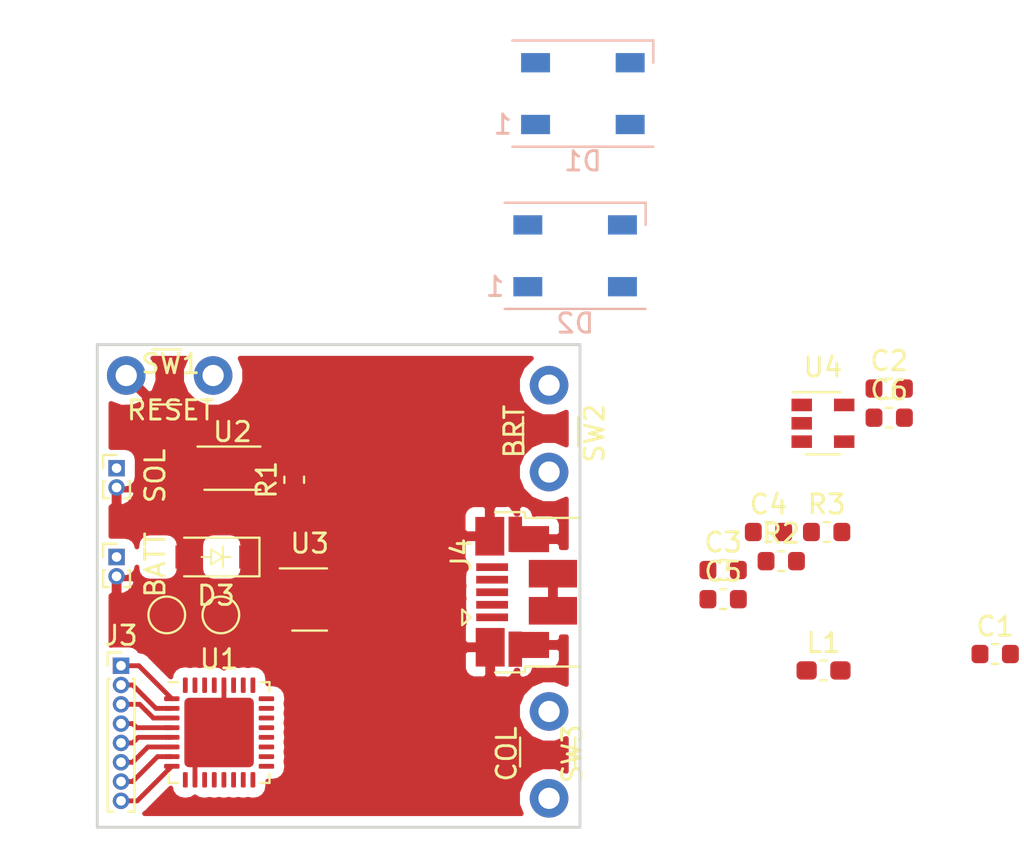
<source format=kicad_pcb>
(kicad_pcb (version 20171130) (host pcbnew "(5.0.1-3-g963ef8bb5)")

  (general
    (thickness 1.6)
    (drawings 4)
    (tracks 32)
    (zones 0)
    (modules 26)
    (nets 45)
  )

  (page A4)
  (layers
    (0 F.Cu signal)
    (31 B.Cu signal)
    (32 B.Adhes user)
    (33 F.Adhes user)
    (34 B.Paste user)
    (35 F.Paste user)
    (36 B.SilkS user)
    (37 F.SilkS user)
    (38 B.Mask user)
    (39 F.Mask user)
    (40 Dwgs.User user)
    (41 Cmts.User user)
    (42 Eco1.User user)
    (43 Eco2.User user)
    (44 Edge.Cuts user)
    (45 Margin user)
    (46 B.CrtYd user)
    (47 F.CrtYd user)
    (48 B.Fab user)
    (49 F.Fab user)
  )

  (setup
    (last_trace_width 0.25)
    (trace_clearance 0.2)
    (zone_clearance 0.508)
    (zone_45_only no)
    (trace_min 0.2)
    (segment_width 0.2)
    (edge_width 0.15)
    (via_size 0.8)
    (via_drill 0.4)
    (via_min_size 0.4)
    (via_min_drill 0.3)
    (uvia_size 0.3)
    (uvia_drill 0.1)
    (uvias_allowed no)
    (uvia_min_size 0.2)
    (uvia_min_drill 0.1)
    (pcb_text_width 0.3)
    (pcb_text_size 1.5 1.5)
    (mod_edge_width 0.15)
    (mod_text_size 1 1)
    (mod_text_width 0.15)
    (pad_size 1.524 1.524)
    (pad_drill 0.762)
    (pad_to_mask_clearance 0.051)
    (solder_mask_min_width 0.25)
    (aux_axis_origin 0 0)
    (visible_elements FFFFFF7F)
    (pcbplotparams
      (layerselection 0x010fc_ffffffff)
      (usegerberextensions false)
      (usegerberattributes false)
      (usegerberadvancedattributes false)
      (creategerberjobfile false)
      (excludeedgelayer true)
      (linewidth 0.100000)
      (plotframeref false)
      (viasonmask false)
      (mode 1)
      (useauxorigin false)
      (hpglpennumber 1)
      (hpglpenspeed 20)
      (hpglpendiameter 15.000000)
      (psnegative false)
      (psa4output false)
      (plotreference true)
      (plotvalue true)
      (plotinvisibletext false)
      (padsonsilk false)
      (subtractmaskfromsilk false)
      (outputformat 1)
      (mirror false)
      (drillshape 1)
      (scaleselection 1)
      (outputdirectory ""))
  )

  (net 0 "")
  (net 1 GND)
  (net 2 "Net-(C1-Pad1)")
  (net 3 /5v)
  (net 4 "Net-(C3-Pad1)")
  (net 5 VCC)
  (net 6 /3v3)
  (net 7 /light)
  (net 8 "Net-(D1-Pad2)")
  (net 9 "Net-(D2-Pad2)")
  (net 10 /Solar+)
  (net 11 "Net-(J3-Pad1)")
  (net 12 "Net-(J3-Pad2)")
  (net 13 "Net-(J3-Pad3)")
  (net 14 "Net-(J3-Pad4)")
  (net 15 "Net-(J3-Pad5)")
  (net 16 "Net-(J3-Pad6)")
  (net 17 "Net-(J3-Pad7)")
  (net 18 "Net-(J3-Pad8)")
  (net 19 "Net-(J4-Pad2)")
  (net 20 "Net-(J4-Pad3)")
  (net 21 "Net-(J4-Pad4)")
  (net 22 "Net-(L1-Pad1)")
  (net 23 "Net-(R1-Pad2)")
  (net 24 /D+)
  (net 25 /D-)
  (net 26 "Net-(SW1-Pad2)")
  (net 27 "Net-(SW2-Pad1)")
  (net 28 "Net-(SW2-Pad2)")
  (net 29 "Net-(SW3-Pad2)")
  (net 30 "Net-(SW3-Pad1)")
  (net 31 "Net-(TP1-Pad1)")
  (net 32 "Net-(TP2-Pad1)")
  (net 33 "Net-(U1-Pad11)")
  (net 34 "Net-(U1-Pad12)")
  (net 35 "Net-(U1-Pad13)")
  (net 36 "Net-(U1-Pad14)")
  (net 37 "Net-(U1-Pad15)")
  (net 38 "Net-(U1-Pad16)")
  (net 39 "Net-(U1-Pad22)")
  (net 40 "Net-(U1-Pad25)")
  (net 41 "Net-(U1-Pad27)")
  (net 42 "Net-(U2-Pad6)")
  (net 43 "Net-(U3-Pad4)")
  (net 44 "Net-(U4-Pad1)")

  (net_class Default "This is the default net class."
    (clearance 0.2)
    (trace_width 0.25)
    (via_dia 0.8)
    (via_drill 0.4)
    (uvia_dia 0.3)
    (uvia_drill 0.1)
    (add_net /3v3)
    (add_net /5v)
    (add_net /D+)
    (add_net /D-)
    (add_net /Solar+)
    (add_net /light)
    (add_net GND)
    (add_net "Net-(C1-Pad1)")
    (add_net "Net-(C3-Pad1)")
    (add_net "Net-(D1-Pad2)")
    (add_net "Net-(D2-Pad2)")
    (add_net "Net-(J3-Pad1)")
    (add_net "Net-(J3-Pad2)")
    (add_net "Net-(J3-Pad3)")
    (add_net "Net-(J3-Pad4)")
    (add_net "Net-(J3-Pad5)")
    (add_net "Net-(J3-Pad6)")
    (add_net "Net-(J3-Pad7)")
    (add_net "Net-(J3-Pad8)")
    (add_net "Net-(J4-Pad2)")
    (add_net "Net-(J4-Pad3)")
    (add_net "Net-(J4-Pad4)")
    (add_net "Net-(L1-Pad1)")
    (add_net "Net-(R1-Pad2)")
    (add_net "Net-(SW1-Pad2)")
    (add_net "Net-(SW2-Pad1)")
    (add_net "Net-(SW2-Pad2)")
    (add_net "Net-(SW3-Pad1)")
    (add_net "Net-(SW3-Pad2)")
    (add_net "Net-(TP1-Pad1)")
    (add_net "Net-(TP2-Pad1)")
    (add_net "Net-(U1-Pad11)")
    (add_net "Net-(U1-Pad12)")
    (add_net "Net-(U1-Pad13)")
    (add_net "Net-(U1-Pad14)")
    (add_net "Net-(U1-Pad15)")
    (add_net "Net-(U1-Pad16)")
    (add_net "Net-(U1-Pad22)")
    (add_net "Net-(U1-Pad25)")
    (add_net "Net-(U1-Pad27)")
    (add_net "Net-(U2-Pad6)")
    (add_net "Net-(U3-Pad4)")
    (add_net "Net-(U4-Pad1)")
    (add_net VCC)
  )

  (module Diode_SMD:D_SOD-123 (layer F.Cu) (tedit 5CBEB264) (tstamp 5CECD05D)
    (at 139.75 118.8 180)
    (descr SOD-123)
    (tags SOD-123)
    (path /5CAC133A)
    (attr smd)
    (fp_text reference D3 (at 0 -2 180) (layer F.SilkS)
      (effects (font (size 1 1) (thickness 0.15)))
    )
    (fp_text value D_Schottky_Small (at 0 2.1 180) (layer F.Fab) hide
      (effects (font (size 1 1) (thickness 0.15)))
    )
    (fp_text user %R (at 0 -2 180) (layer F.Fab) hide
      (effects (font (size 1 1) (thickness 0.15)))
    )
    (fp_line (start -2.25 -1) (end -2.25 1) (layer F.SilkS) (width 0.12))
    (fp_line (start 0.25 0) (end 0.75 0) (layer F.SilkS) (width 0.1))
    (fp_line (start 0.25 0.4) (end -0.35 0) (layer F.SilkS) (width 0.1))
    (fp_line (start 0.25 -0.4) (end 0.25 0.4) (layer F.SilkS) (width 0.1))
    (fp_line (start -0.35 0) (end 0.25 -0.4) (layer F.SilkS) (width 0.1))
    (fp_line (start -0.35 0) (end -0.35 0.55) (layer F.SilkS) (width 0.1))
    (fp_line (start -0.35 0) (end -0.35 -0.55) (layer F.SilkS) (width 0.1))
    (fp_line (start -0.75 0) (end -0.35 0) (layer F.SilkS) (width 0.1))
    (fp_line (start -1.4 0.9) (end -1.4 -0.9) (layer F.Fab) (width 0.1))
    (fp_line (start 1.4 0.9) (end -1.4 0.9) (layer F.Fab) (width 0.1))
    (fp_line (start 1.4 -0.9) (end 1.4 0.9) (layer F.Fab) (width 0.1))
    (fp_line (start -1.4 -0.9) (end 1.4 -0.9) (layer F.Fab) (width 0.1))
    (fp_line (start -2.35 -1.15) (end 2.35 -1.15) (layer F.CrtYd) (width 0.05))
    (fp_line (start 2.35 -1.15) (end 2.35 1.15) (layer F.CrtYd) (width 0.05))
    (fp_line (start 2.35 1.15) (end -2.35 1.15) (layer F.CrtYd) (width 0.05))
    (fp_line (start -2.35 -1.15) (end -2.35 1.15) (layer F.CrtYd) (width 0.05))
    (fp_line (start -2.25 1) (end 1.65 1) (layer F.SilkS) (width 0.12))
    (fp_line (start -2.25 -1) (end 1.65 -1) (layer F.SilkS) (width 0.12))
    (pad 1 smd rect (at -1.65 0 180) (size 0.9 1.2) (layers F.Cu F.Paste F.Mask)
      (net 5 VCC))
    (pad 2 smd rect (at 1.65 0 180) (size 0.9 1.2) (layers F.Cu F.Paste F.Mask)
      (net 4 "Net-(C3-Pad1)"))
    (model ${KISYS3DMOD}/Diode_SMD.3dshapes/D_SOD-123.wrl
      (at (xyz 0 0 0))
      (scale (xyz 1 1 1))
      (rotate (xyz 0 0 0))
    )
  )

  (module Connector_PinHeader_1.00mm:PinHeader_1x08_P1.00mm_Vertical (layer F.Cu) (tedit 59FED738) (tstamp 5CECD0FA)
    (at 134.83 124.43)
    (descr "Through hole straight pin header, 1x08, 1.00mm pitch, single row")
    (tags "Through hole pin header THT 1x08 1.00mm single row")
    (path /5CC05465)
    (fp_text reference J3 (at 0 -1.56) (layer F.SilkS)
      (effects (font (size 1 1) (thickness 0.15)))
    )
    (fp_text value "breakout header" (at 0 8.56) (layer F.Fab)
      (effects (font (size 1 1) (thickness 0.15)))
    )
    (fp_text user %R (at 0 3.5 90) (layer F.Fab)
      (effects (font (size 0.76 0.76) (thickness 0.114)))
    )
    (fp_line (start 1.15 -1) (end -1.15 -1) (layer F.CrtYd) (width 0.05))
    (fp_line (start 1.15 8) (end 1.15 -1) (layer F.CrtYd) (width 0.05))
    (fp_line (start -1.15 8) (end 1.15 8) (layer F.CrtYd) (width 0.05))
    (fp_line (start -1.15 -1) (end -1.15 8) (layer F.CrtYd) (width 0.05))
    (fp_line (start -0.695 -0.685) (end 0 -0.685) (layer F.SilkS) (width 0.12))
    (fp_line (start -0.695 0) (end -0.695 -0.685) (layer F.SilkS) (width 0.12))
    (fp_line (start 0.608276 0.685) (end 0.695 0.685) (layer F.SilkS) (width 0.12))
    (fp_line (start -0.695 0.685) (end -0.608276 0.685) (layer F.SilkS) (width 0.12))
    (fp_line (start 0.695 0.685) (end 0.695 7.56) (layer F.SilkS) (width 0.12))
    (fp_line (start -0.695 0.685) (end -0.695 7.56) (layer F.SilkS) (width 0.12))
    (fp_line (start 0.394493 7.56) (end 0.695 7.56) (layer F.SilkS) (width 0.12))
    (fp_line (start -0.695 7.56) (end -0.394493 7.56) (layer F.SilkS) (width 0.12))
    (fp_line (start -0.635 -0.1825) (end -0.3175 -0.5) (layer F.Fab) (width 0.1))
    (fp_line (start -0.635 7.5) (end -0.635 -0.1825) (layer F.Fab) (width 0.1))
    (fp_line (start 0.635 7.5) (end -0.635 7.5) (layer F.Fab) (width 0.1))
    (fp_line (start 0.635 -0.5) (end 0.635 7.5) (layer F.Fab) (width 0.1))
    (fp_line (start -0.3175 -0.5) (end 0.635 -0.5) (layer F.Fab) (width 0.1))
    (pad 8 thru_hole oval (at 0 7) (size 0.85 0.85) (drill 0.5) (layers *.Cu *.Mask)
      (net 18 "Net-(J3-Pad8)"))
    (pad 7 thru_hole oval (at 0 6) (size 0.85 0.85) (drill 0.5) (layers *.Cu *.Mask)
      (net 17 "Net-(J3-Pad7)"))
    (pad 6 thru_hole oval (at 0 5) (size 0.85 0.85) (drill 0.5) (layers *.Cu *.Mask)
      (net 16 "Net-(J3-Pad6)"))
    (pad 5 thru_hole oval (at 0 4) (size 0.85 0.85) (drill 0.5) (layers *.Cu *.Mask)
      (net 15 "Net-(J3-Pad5)"))
    (pad 4 thru_hole oval (at 0 3) (size 0.85 0.85) (drill 0.5) (layers *.Cu *.Mask)
      (net 14 "Net-(J3-Pad4)"))
    (pad 3 thru_hole oval (at 0 2) (size 0.85 0.85) (drill 0.5) (layers *.Cu *.Mask)
      (net 13 "Net-(J3-Pad3)"))
    (pad 2 thru_hole oval (at 0 1) (size 0.85 0.85) (drill 0.5) (layers *.Cu *.Mask)
      (net 12 "Net-(J3-Pad2)"))
    (pad 1 thru_hole rect (at 0 0) (size 0.85 0.85) (drill 0.5) (layers *.Cu *.Mask)
      (net 11 "Net-(J3-Pad1)"))
    (model ${KISYS3DMOD}/Connector_PinHeader_1.00mm.3dshapes/PinHeader_1x08_P1.00mm_Vertical.wrl
      (at (xyz 0 0 0))
      (scale (xyz 1 1 1))
      (rotate (xyz 0 0 0))
    )
  )

  (module Capacitor_SMD:C_0603_1608Metric (layer F.Cu) (tedit 5B301BBE) (tstamp 5CECCFC1)
    (at 180.105001 123.825001)
    (descr "Capacitor SMD 0603 (1608 Metric), square (rectangular) end terminal, IPC_7351 nominal, (Body size source: http://www.tortai-tech.com/upload/download/2011102023233369053.pdf), generated with kicad-footprint-generator")
    (tags capacitor)
    (path /5CB83AF3)
    (attr smd)
    (fp_text reference C1 (at 0 -1.43) (layer F.SilkS)
      (effects (font (size 1 1) (thickness 0.15)))
    )
    (fp_text value 1u (at 0 1.43) (layer F.Fab)
      (effects (font (size 1 1) (thickness 0.15)))
    )
    (fp_text user %R (at 0 0) (layer F.Fab)
      (effects (font (size 0.4 0.4) (thickness 0.06)))
    )
    (fp_line (start 1.48 0.73) (end -1.48 0.73) (layer F.CrtYd) (width 0.05))
    (fp_line (start 1.48 -0.73) (end 1.48 0.73) (layer F.CrtYd) (width 0.05))
    (fp_line (start -1.48 -0.73) (end 1.48 -0.73) (layer F.CrtYd) (width 0.05))
    (fp_line (start -1.48 0.73) (end -1.48 -0.73) (layer F.CrtYd) (width 0.05))
    (fp_line (start -0.162779 0.51) (end 0.162779 0.51) (layer F.SilkS) (width 0.12))
    (fp_line (start -0.162779 -0.51) (end 0.162779 -0.51) (layer F.SilkS) (width 0.12))
    (fp_line (start 0.8 0.4) (end -0.8 0.4) (layer F.Fab) (width 0.1))
    (fp_line (start 0.8 -0.4) (end 0.8 0.4) (layer F.Fab) (width 0.1))
    (fp_line (start -0.8 -0.4) (end 0.8 -0.4) (layer F.Fab) (width 0.1))
    (fp_line (start -0.8 0.4) (end -0.8 -0.4) (layer F.Fab) (width 0.1))
    (pad 2 smd roundrect (at 0.7875 0) (size 0.875 0.95) (layers F.Cu F.Paste F.Mask) (roundrect_rratio 0.25)
      (net 1 GND))
    (pad 1 smd roundrect (at -0.7875 0) (size 0.875 0.95) (layers F.Cu F.Paste F.Mask) (roundrect_rratio 0.25)
      (net 2 "Net-(C1-Pad1)"))
    (model ${KISYS3DMOD}/Capacitor_SMD.3dshapes/C_0603_1608Metric.wrl
      (at (xyz 0 0 0))
      (scale (xyz 1 1 1))
      (rotate (xyz 0 0 0))
    )
  )

  (module Capacitor_SMD:C_0603_1608Metric (layer F.Cu) (tedit 5B301BBE) (tstamp 5CECCFD2)
    (at 174.615001 110.075001)
    (descr "Capacitor SMD 0603 (1608 Metric), square (rectangular) end terminal, IPC_7351 nominal, (Body size source: http://www.tortai-tech.com/upload/download/2011102023233369053.pdf), generated with kicad-footprint-generator")
    (tags capacitor)
    (path /5CC15B70)
    (attr smd)
    (fp_text reference C2 (at 0 -1.43) (layer F.SilkS)
      (effects (font (size 1 1) (thickness 0.15)))
    )
    (fp_text value 4u7 (at 0 1.43) (layer F.Fab)
      (effects (font (size 1 1) (thickness 0.15)))
    )
    (fp_line (start -0.8 0.4) (end -0.8 -0.4) (layer F.Fab) (width 0.1))
    (fp_line (start -0.8 -0.4) (end 0.8 -0.4) (layer F.Fab) (width 0.1))
    (fp_line (start 0.8 -0.4) (end 0.8 0.4) (layer F.Fab) (width 0.1))
    (fp_line (start 0.8 0.4) (end -0.8 0.4) (layer F.Fab) (width 0.1))
    (fp_line (start -0.162779 -0.51) (end 0.162779 -0.51) (layer F.SilkS) (width 0.12))
    (fp_line (start -0.162779 0.51) (end 0.162779 0.51) (layer F.SilkS) (width 0.12))
    (fp_line (start -1.48 0.73) (end -1.48 -0.73) (layer F.CrtYd) (width 0.05))
    (fp_line (start -1.48 -0.73) (end 1.48 -0.73) (layer F.CrtYd) (width 0.05))
    (fp_line (start 1.48 -0.73) (end 1.48 0.73) (layer F.CrtYd) (width 0.05))
    (fp_line (start 1.48 0.73) (end -1.48 0.73) (layer F.CrtYd) (width 0.05))
    (fp_text user %R (at 0 0) (layer F.Fab)
      (effects (font (size 0.4 0.4) (thickness 0.06)))
    )
    (pad 1 smd roundrect (at -0.7875 0) (size 0.875 0.95) (layers F.Cu F.Paste F.Mask) (roundrect_rratio 0.25)
      (net 3 /5v))
    (pad 2 smd roundrect (at 0.7875 0) (size 0.875 0.95) (layers F.Cu F.Paste F.Mask) (roundrect_rratio 0.25)
      (net 1 GND))
    (model ${KISYS3DMOD}/Capacitor_SMD.3dshapes/C_0603_1608Metric.wrl
      (at (xyz 0 0 0))
      (scale (xyz 1 1 1))
      (rotate (xyz 0 0 0))
    )
  )

  (module Capacitor_SMD:C_0603_1608Metric (layer F.Cu) (tedit 5B301BBE) (tstamp 5CECCFE3)
    (at 166.015001 119.475001)
    (descr "Capacitor SMD 0603 (1608 Metric), square (rectangular) end terminal, IPC_7351 nominal, (Body size source: http://www.tortai-tech.com/upload/download/2011102023233369053.pdf), generated with kicad-footprint-generator")
    (tags capacitor)
    (path /5CAC5C29)
    (attr smd)
    (fp_text reference C3 (at 0 -1.43) (layer F.SilkS)
      (effects (font (size 1 1) (thickness 0.15)))
    )
    (fp_text value C_Small (at 0 1.43) (layer F.Fab)
      (effects (font (size 1 1) (thickness 0.15)))
    )
    (fp_line (start -0.8 0.4) (end -0.8 -0.4) (layer F.Fab) (width 0.1))
    (fp_line (start -0.8 -0.4) (end 0.8 -0.4) (layer F.Fab) (width 0.1))
    (fp_line (start 0.8 -0.4) (end 0.8 0.4) (layer F.Fab) (width 0.1))
    (fp_line (start 0.8 0.4) (end -0.8 0.4) (layer F.Fab) (width 0.1))
    (fp_line (start -0.162779 -0.51) (end 0.162779 -0.51) (layer F.SilkS) (width 0.12))
    (fp_line (start -0.162779 0.51) (end 0.162779 0.51) (layer F.SilkS) (width 0.12))
    (fp_line (start -1.48 0.73) (end -1.48 -0.73) (layer F.CrtYd) (width 0.05))
    (fp_line (start -1.48 -0.73) (end 1.48 -0.73) (layer F.CrtYd) (width 0.05))
    (fp_line (start 1.48 -0.73) (end 1.48 0.73) (layer F.CrtYd) (width 0.05))
    (fp_line (start 1.48 0.73) (end -1.48 0.73) (layer F.CrtYd) (width 0.05))
    (fp_text user %R (at 0 0) (layer F.Fab)
      (effects (font (size 0.4 0.4) (thickness 0.06)))
    )
    (pad 1 smd roundrect (at -0.7875 0) (size 0.875 0.95) (layers F.Cu F.Paste F.Mask) (roundrect_rratio 0.25)
      (net 4 "Net-(C3-Pad1)"))
    (pad 2 smd roundrect (at 0.7875 0) (size 0.875 0.95) (layers F.Cu F.Paste F.Mask) (roundrect_rratio 0.25)
      (net 1 GND))
    (model ${KISYS3DMOD}/Capacitor_SMD.3dshapes/C_0603_1608Metric.wrl
      (at (xyz 0 0 0))
      (scale (xyz 1 1 1))
      (rotate (xyz 0 0 0))
    )
  )

  (module Capacitor_SMD:C_0603_1608Metric (layer F.Cu) (tedit 5B301BBE) (tstamp 5CECCFF4)
    (at 168.365001 117.505001)
    (descr "Capacitor SMD 0603 (1608 Metric), square (rectangular) end terminal, IPC_7351 nominal, (Body size source: http://www.tortai-tech.com/upload/download/2011102023233369053.pdf), generated with kicad-footprint-generator")
    (tags capacitor)
    (path /5CBD9043)
    (attr smd)
    (fp_text reference C4 (at 0 -1.43) (layer F.SilkS)
      (effects (font (size 1 1) (thickness 0.15)))
    )
    (fp_text value 1u (at 0 1.43) (layer F.Fab)
      (effects (font (size 1 1) (thickness 0.15)))
    )
    (fp_text user %R (at 0 0) (layer F.Fab)
      (effects (font (size 0.4 0.4) (thickness 0.06)))
    )
    (fp_line (start 1.48 0.73) (end -1.48 0.73) (layer F.CrtYd) (width 0.05))
    (fp_line (start 1.48 -0.73) (end 1.48 0.73) (layer F.CrtYd) (width 0.05))
    (fp_line (start -1.48 -0.73) (end 1.48 -0.73) (layer F.CrtYd) (width 0.05))
    (fp_line (start -1.48 0.73) (end -1.48 -0.73) (layer F.CrtYd) (width 0.05))
    (fp_line (start -0.162779 0.51) (end 0.162779 0.51) (layer F.SilkS) (width 0.12))
    (fp_line (start -0.162779 -0.51) (end 0.162779 -0.51) (layer F.SilkS) (width 0.12))
    (fp_line (start 0.8 0.4) (end -0.8 0.4) (layer F.Fab) (width 0.1))
    (fp_line (start 0.8 -0.4) (end 0.8 0.4) (layer F.Fab) (width 0.1))
    (fp_line (start -0.8 -0.4) (end 0.8 -0.4) (layer F.Fab) (width 0.1))
    (fp_line (start -0.8 0.4) (end -0.8 -0.4) (layer F.Fab) (width 0.1))
    (pad 2 smd roundrect (at 0.7875 0) (size 0.875 0.95) (layers F.Cu F.Paste F.Mask) (roundrect_rratio 0.25)
      (net 1 GND))
    (pad 1 smd roundrect (at -0.7875 0) (size 0.875 0.95) (layers F.Cu F.Paste F.Mask) (roundrect_rratio 0.25)
      (net 5 VCC))
    (model ${KISYS3DMOD}/Capacitor_SMD.3dshapes/C_0603_1608Metric.wrl
      (at (xyz 0 0 0))
      (scale (xyz 1 1 1))
      (rotate (xyz 0 0 0))
    )
  )

  (module Capacitor_SMD:C_0603_1608Metric (layer F.Cu) (tedit 5B301BBE) (tstamp 5CECD005)
    (at 166.015001 120.985001)
    (descr "Capacitor SMD 0603 (1608 Metric), square (rectangular) end terminal, IPC_7351 nominal, (Body size source: http://www.tortai-tech.com/upload/download/2011102023233369053.pdf), generated with kicad-footprint-generator")
    (tags capacitor)
    (path /5CBD366B)
    (attr smd)
    (fp_text reference C5 (at 0 -1.43) (layer F.SilkS)
      (effects (font (size 1 1) (thickness 0.15)))
    )
    (fp_text value 2u2 (at 0 1.43) (layer F.Fab)
      (effects (font (size 1 1) (thickness 0.15)))
    )
    (fp_line (start -0.8 0.4) (end -0.8 -0.4) (layer F.Fab) (width 0.1))
    (fp_line (start -0.8 -0.4) (end 0.8 -0.4) (layer F.Fab) (width 0.1))
    (fp_line (start 0.8 -0.4) (end 0.8 0.4) (layer F.Fab) (width 0.1))
    (fp_line (start 0.8 0.4) (end -0.8 0.4) (layer F.Fab) (width 0.1))
    (fp_line (start -0.162779 -0.51) (end 0.162779 -0.51) (layer F.SilkS) (width 0.12))
    (fp_line (start -0.162779 0.51) (end 0.162779 0.51) (layer F.SilkS) (width 0.12))
    (fp_line (start -1.48 0.73) (end -1.48 -0.73) (layer F.CrtYd) (width 0.05))
    (fp_line (start -1.48 -0.73) (end 1.48 -0.73) (layer F.CrtYd) (width 0.05))
    (fp_line (start 1.48 -0.73) (end 1.48 0.73) (layer F.CrtYd) (width 0.05))
    (fp_line (start 1.48 0.73) (end -1.48 0.73) (layer F.CrtYd) (width 0.05))
    (fp_text user %R (at 0 0) (layer F.Fab)
      (effects (font (size 0.4 0.4) (thickness 0.06)))
    )
    (pad 1 smd roundrect (at -0.7875 0) (size 0.875 0.95) (layers F.Cu F.Paste F.Mask) (roundrect_rratio 0.25)
      (net 6 /3v3))
    (pad 2 smd roundrect (at 0.7875 0) (size 0.875 0.95) (layers F.Cu F.Paste F.Mask) (roundrect_rratio 0.25)
      (net 1 GND))
    (model ${KISYS3DMOD}/Capacitor_SMD.3dshapes/C_0603_1608Metric.wrl
      (at (xyz 0 0 0))
      (scale (xyz 1 1 1))
      (rotate (xyz 0 0 0))
    )
  )

  (module Capacitor_SMD:C_0603_1608Metric (layer F.Cu) (tedit 5B301BBE) (tstamp 5CECD016)
    (at 174.615001 111.585001)
    (descr "Capacitor SMD 0603 (1608 Metric), square (rectangular) end terminal, IPC_7351 nominal, (Body size source: http://www.tortai-tech.com/upload/download/2011102023233369053.pdf), generated with kicad-footprint-generator")
    (tags capacitor)
    (path /5CC22A28)
    (attr smd)
    (fp_text reference C6 (at 0 -1.43) (layer F.SilkS)
      (effects (font (size 1 1) (thickness 0.15)))
    )
    (fp_text value 4u7 (at 0 1.43) (layer F.Fab)
      (effects (font (size 1 1) (thickness 0.15)))
    )
    (fp_text user %R (at 0 0) (layer F.Fab)
      (effects (font (size 0.4 0.4) (thickness 0.06)))
    )
    (fp_line (start 1.48 0.73) (end -1.48 0.73) (layer F.CrtYd) (width 0.05))
    (fp_line (start 1.48 -0.73) (end 1.48 0.73) (layer F.CrtYd) (width 0.05))
    (fp_line (start -1.48 -0.73) (end 1.48 -0.73) (layer F.CrtYd) (width 0.05))
    (fp_line (start -1.48 0.73) (end -1.48 -0.73) (layer F.CrtYd) (width 0.05))
    (fp_line (start -0.162779 0.51) (end 0.162779 0.51) (layer F.SilkS) (width 0.12))
    (fp_line (start -0.162779 -0.51) (end 0.162779 -0.51) (layer F.SilkS) (width 0.12))
    (fp_line (start 0.8 0.4) (end -0.8 0.4) (layer F.Fab) (width 0.1))
    (fp_line (start 0.8 -0.4) (end 0.8 0.4) (layer F.Fab) (width 0.1))
    (fp_line (start -0.8 -0.4) (end 0.8 -0.4) (layer F.Fab) (width 0.1))
    (fp_line (start -0.8 0.4) (end -0.8 -0.4) (layer F.Fab) (width 0.1))
    (pad 2 smd roundrect (at 0.7875 0) (size 0.875 0.95) (layers F.Cu F.Paste F.Mask) (roundrect_rratio 0.25)
      (net 1 GND))
    (pad 1 smd roundrect (at -0.7875 0) (size 0.875 0.95) (layers F.Cu F.Paste F.Mask) (roundrect_rratio 0.25)
      (net 5 VCC))
    (model ${KISYS3DMOD}/Capacitor_SMD.3dshapes/C_0603_1608Metric.wrl
      (at (xyz 0 0 0))
      (scale (xyz 1 1 1))
      (rotate (xyz 0 0 0))
    )
  )

  (module LED_SMD:LED_WS2812B_PLCC4_5.0x5.0mm_P3.2mm (layer B.Cu) (tedit 5AA4B285) (tstamp 5CED8C3B)
    (at 158.75 94.8)
    (descr https://cdn-shop.adafruit.com/datasheets/WS2812B.pdf)
    (tags "LED RGB NeoPixel")
    (path /5C920A2F)
    (attr smd)
    (fp_text reference D1 (at 0 3.5) (layer B.SilkS)
      (effects (font (size 1 1) (thickness 0.15)) (justify mirror))
    )
    (fp_text value WS2812B (at 0 -4) (layer B.Fab)
      (effects (font (size 1 1) (thickness 0.15)) (justify mirror))
    )
    (fp_text user 1 (at -4.15 1.6) (layer B.SilkS)
      (effects (font (size 1 1) (thickness 0.15)) (justify mirror))
    )
    (fp_text user %R (at 0 0) (layer B.Fab)
      (effects (font (size 0.8 0.8) (thickness 0.15)) (justify mirror))
    )
    (fp_line (start 3.45 2.75) (end -3.45 2.75) (layer B.CrtYd) (width 0.05))
    (fp_line (start 3.45 -2.75) (end 3.45 2.75) (layer B.CrtYd) (width 0.05))
    (fp_line (start -3.45 -2.75) (end 3.45 -2.75) (layer B.CrtYd) (width 0.05))
    (fp_line (start -3.45 2.75) (end -3.45 -2.75) (layer B.CrtYd) (width 0.05))
    (fp_line (start 2.5 -1.5) (end 1.5 -2.5) (layer B.Fab) (width 0.1))
    (fp_line (start -2.5 2.5) (end -2.5 -2.5) (layer B.Fab) (width 0.1))
    (fp_line (start -2.5 -2.5) (end 2.5 -2.5) (layer B.Fab) (width 0.1))
    (fp_line (start 2.5 -2.5) (end 2.5 2.5) (layer B.Fab) (width 0.1))
    (fp_line (start 2.5 2.5) (end -2.5 2.5) (layer B.Fab) (width 0.1))
    (fp_line (start -3.65 2.75) (end 3.65 2.75) (layer B.SilkS) (width 0.12))
    (fp_line (start -3.65 -2.75) (end 3.65 -2.75) (layer B.SilkS) (width 0.12))
    (fp_line (start 3.65 -2.75) (end 3.65 -1.6) (layer B.SilkS) (width 0.12))
    (fp_circle (center 0 0) (end 0 2) (layer B.Fab) (width 0.1))
    (pad 3 smd rect (at 2.45 -1.6) (size 1.5 1) (layers B.Cu B.Paste B.Mask)
      (net 1 GND))
    (pad 4 smd rect (at 2.45 1.6) (size 1.5 1) (layers B.Cu B.Paste B.Mask)
      (net 7 /light))
    (pad 2 smd rect (at -2.45 -1.6) (size 1.5 1) (layers B.Cu B.Paste B.Mask)
      (net 8 "Net-(D1-Pad2)"))
    (pad 1 smd rect (at -2.45 1.6) (size 1.5 1) (layers B.Cu B.Paste B.Mask)
      (net 3 /5v))
    (model ${KISYS3DMOD}/LED_SMD.3dshapes/LED_WS2812B_PLCC4_5.0x5.0mm_P3.2mm.wrl
      (at (xyz 0 0 0))
      (scale (xyz 1 1 1))
      (rotate (xyz 0 0 0))
    )
  )

  (module LED_SMD:LED_WS2812B_PLCC4_5.0x5.0mm_P3.2mm (layer B.Cu) (tedit 5AA4B285) (tstamp 5CECD044)
    (at 158.35 103.2)
    (descr https://cdn-shop.adafruit.com/datasheets/WS2812B.pdf)
    (tags "LED RGB NeoPixel")
    (path /5C920B0C)
    (attr smd)
    (fp_text reference D2 (at 0 3.5) (layer B.SilkS)
      (effects (font (size 1 1) (thickness 0.15)) (justify mirror))
    )
    (fp_text value WS2812B (at 0 -4) (layer B.Fab)
      (effects (font (size 1 1) (thickness 0.15)) (justify mirror))
    )
    (fp_circle (center 0 0) (end 0 2) (layer B.Fab) (width 0.1))
    (fp_line (start 3.65 -2.75) (end 3.65 -1.6) (layer B.SilkS) (width 0.12))
    (fp_line (start -3.65 -2.75) (end 3.65 -2.75) (layer B.SilkS) (width 0.12))
    (fp_line (start -3.65 2.75) (end 3.65 2.75) (layer B.SilkS) (width 0.12))
    (fp_line (start 2.5 2.5) (end -2.5 2.5) (layer B.Fab) (width 0.1))
    (fp_line (start 2.5 -2.5) (end 2.5 2.5) (layer B.Fab) (width 0.1))
    (fp_line (start -2.5 -2.5) (end 2.5 -2.5) (layer B.Fab) (width 0.1))
    (fp_line (start -2.5 2.5) (end -2.5 -2.5) (layer B.Fab) (width 0.1))
    (fp_line (start 2.5 -1.5) (end 1.5 -2.5) (layer B.Fab) (width 0.1))
    (fp_line (start -3.45 2.75) (end -3.45 -2.75) (layer B.CrtYd) (width 0.05))
    (fp_line (start -3.45 -2.75) (end 3.45 -2.75) (layer B.CrtYd) (width 0.05))
    (fp_line (start 3.45 -2.75) (end 3.45 2.75) (layer B.CrtYd) (width 0.05))
    (fp_line (start 3.45 2.75) (end -3.45 2.75) (layer B.CrtYd) (width 0.05))
    (fp_text user %R (at 0 0) (layer B.Fab)
      (effects (font (size 0.8 0.8) (thickness 0.15)) (justify mirror))
    )
    (fp_text user 1 (at -4.15 1.6) (layer B.SilkS)
      (effects (font (size 1 1) (thickness 0.15)) (justify mirror))
    )
    (pad 1 smd rect (at -2.45 1.6) (size 1.5 1) (layers B.Cu B.Paste B.Mask)
      (net 3 /5v))
    (pad 2 smd rect (at -2.45 -1.6) (size 1.5 1) (layers B.Cu B.Paste B.Mask)
      (net 9 "Net-(D2-Pad2)"))
    (pad 4 smd rect (at 2.45 1.6) (size 1.5 1) (layers B.Cu B.Paste B.Mask)
      (net 8 "Net-(D1-Pad2)"))
    (pad 3 smd rect (at 2.45 -1.6) (size 1.5 1) (layers B.Cu B.Paste B.Mask)
      (net 1 GND))
    (model ${KISYS3DMOD}/LED_SMD.3dshapes/LED_WS2812B_PLCC4_5.0x5.0mm_P3.2mm.wrl
      (at (xyz 0 0 0))
      (scale (xyz 1 1 1))
      (rotate (xyz 0 0 0))
    )
  )

  (module Connector_PinHeader_1.00mm:PinHeader_1x02_P1.00mm_Vertical (layer F.Cu) (tedit 5CBEB06F) (tstamp 5CED961B)
    (at 134.6 114.2)
    (descr "Through hole straight pin header, 1x02, 1.00mm pitch, single row")
    (tags "Through hole pin header THT 1x02 1.00mm single row")
    (path /5CAC0F37)
    (fp_text reference J1 (at 0 -1.56) (layer F.SilkS) hide
      (effects (font (size 1 1) (thickness 0.15)))
    )
    (fp_text value SOL (at 2 0.4 90) (layer F.SilkS)
      (effects (font (size 1 1) (thickness 0.15)))
    )
    (fp_text user %R (at 0 0.5 90) (layer F.Fab)
      (effects (font (size 0.76 0.76) (thickness 0.114)))
    )
    (fp_line (start 1.15 -1) (end -1.15 -1) (layer F.CrtYd) (width 0.05))
    (fp_line (start 1.15 2) (end 1.15 -1) (layer F.CrtYd) (width 0.05))
    (fp_line (start -1.15 2) (end 1.15 2) (layer F.CrtYd) (width 0.05))
    (fp_line (start -1.15 -1) (end -1.15 2) (layer F.CrtYd) (width 0.05))
    (fp_line (start -0.695 -0.685) (end 0 -0.685) (layer F.SilkS) (width 0.12))
    (fp_line (start -0.695 0) (end -0.695 -0.685) (layer F.SilkS) (width 0.12))
    (fp_line (start 0.608276 0.685) (end 0.695 0.685) (layer F.SilkS) (width 0.12))
    (fp_line (start -0.695 0.685) (end -0.608276 0.685) (layer F.SilkS) (width 0.12))
    (fp_line (start 0.695 0.685) (end 0.695 1.56) (layer F.SilkS) (width 0.12))
    (fp_line (start -0.695 0.685) (end -0.695 1.56) (layer F.SilkS) (width 0.12))
    (fp_line (start 0.394493 1.56) (end 0.695 1.56) (layer F.SilkS) (width 0.12))
    (fp_line (start -0.695 1.56) (end -0.394493 1.56) (layer F.SilkS) (width 0.12))
    (fp_line (start -0.635 -0.1825) (end -0.3175 -0.5) (layer F.Fab) (width 0.1))
    (fp_line (start -0.635 1.5) (end -0.635 -0.1825) (layer F.Fab) (width 0.1))
    (fp_line (start 0.635 1.5) (end -0.635 1.5) (layer F.Fab) (width 0.1))
    (fp_line (start 0.635 -0.5) (end 0.635 1.5) (layer F.Fab) (width 0.1))
    (fp_line (start -0.3175 -0.5) (end 0.635 -0.5) (layer F.Fab) (width 0.1))
    (pad 2 thru_hole oval (at 0 1) (size 0.85 0.85) (drill 0.5) (layers *.Cu *.Mask)
      (net 1 GND))
    (pad 1 thru_hole rect (at 0 0) (size 0.85 0.85) (drill 0.5) (layers *.Cu *.Mask)
      (net 10 /Solar+))
    (model ${KISYS3DMOD}/Connector_PinHeader_1.00mm.3dshapes/PinHeader_1x02_P1.00mm_Vertical.wrl
      (at (xyz 0 0 0))
      (scale (xyz 1 1 1))
      (rotate (xyz 0 0 0))
    )
  )

  (module Connector_PinHeader_1.00mm:PinHeader_1x02_P1.00mm_Vertical (layer F.Cu) (tedit 5CBEB081) (tstamp 5CECD08D)
    (at 134.6 118.8)
    (descr "Through hole straight pin header, 1x02, 1.00mm pitch, single row")
    (tags "Through hole pin header THT 1x02 1.00mm single row")
    (path /5CAC0189)
    (fp_text reference J2 (at 0 -1.56) (layer F.SilkS) hide
      (effects (font (size 1 1) (thickness 0.15)))
    )
    (fp_text value BATT (at 2 0.4 90) (layer F.SilkS)
      (effects (font (size 1 1) (thickness 0.15)))
    )
    (fp_line (start -0.3175 -0.5) (end 0.635 -0.5) (layer F.Fab) (width 0.1))
    (fp_line (start 0.635 -0.5) (end 0.635 1.5) (layer F.Fab) (width 0.1))
    (fp_line (start 0.635 1.5) (end -0.635 1.5) (layer F.Fab) (width 0.1))
    (fp_line (start -0.635 1.5) (end -0.635 -0.1825) (layer F.Fab) (width 0.1))
    (fp_line (start -0.635 -0.1825) (end -0.3175 -0.5) (layer F.Fab) (width 0.1))
    (fp_line (start -0.695 1.56) (end -0.394493 1.56) (layer F.SilkS) (width 0.12))
    (fp_line (start 0.394493 1.56) (end 0.695 1.56) (layer F.SilkS) (width 0.12))
    (fp_line (start -0.695 0.685) (end -0.695 1.56) (layer F.SilkS) (width 0.12))
    (fp_line (start 0.695 0.685) (end 0.695 1.56) (layer F.SilkS) (width 0.12))
    (fp_line (start -0.695 0.685) (end -0.608276 0.685) (layer F.SilkS) (width 0.12))
    (fp_line (start 0.608276 0.685) (end 0.695 0.685) (layer F.SilkS) (width 0.12))
    (fp_line (start -0.695 0) (end -0.695 -0.685) (layer F.SilkS) (width 0.12))
    (fp_line (start -0.695 -0.685) (end 0 -0.685) (layer F.SilkS) (width 0.12))
    (fp_line (start -1.15 -1) (end -1.15 2) (layer F.CrtYd) (width 0.05))
    (fp_line (start -1.15 2) (end 1.15 2) (layer F.CrtYd) (width 0.05))
    (fp_line (start 1.15 2) (end 1.15 -1) (layer F.CrtYd) (width 0.05))
    (fp_line (start 1.15 -1) (end -1.15 -1) (layer F.CrtYd) (width 0.05))
    (fp_text user %R (at 0 0.5 90) (layer F.Fab)
      (effects (font (size 0.76 0.76) (thickness 0.114)))
    )
    (pad 1 thru_hole rect (at 0 0) (size 0.85 0.85) (drill 0.5) (layers *.Cu *.Mask)
      (net 4 "Net-(C3-Pad1)"))
    (pad 2 thru_hole oval (at 0 1) (size 0.85 0.85) (drill 0.5) (layers *.Cu *.Mask)
      (net 1 GND))
    (model ${KISYS3DMOD}/Connector_PinHeader_1.00mm.3dshapes/PinHeader_1x02_P1.00mm_Vertical.wrl
      (at (xyz 0 0 0))
      (scale (xyz 1 1 1))
      (rotate (xyz 0 0 0))
    )
  )

  (module Resistor_SMD:R_0603_1608Metric_Pad1.05x0.95mm_HandSolder (layer F.Cu) (tedit 5B301BBD) (tstamp 5CECD135)
    (at 171.215001 124.675001)
    (descr "Resistor SMD 0603 (1608 Metric), square (rectangular) end terminal, IPC_7351 nominal with elongated pad for handsoldering. (Body size source: http://www.tortai-tech.com/upload/download/2011102023233369053.pdf), generated with kicad-footprint-generator")
    (tags "resistor handsolder")
    (path /5CBE656A)
    (attr smd)
    (fp_text reference L1 (at 0 -1.43) (layer F.SilkS)
      (effects (font (size 1 1) (thickness 0.15)))
    )
    (fp_text value 4.7uH (at 0 1.43) (layer F.Fab)
      (effects (font (size 1 1) (thickness 0.15)))
    )
    (fp_line (start -0.8 0.4) (end -0.8 -0.4) (layer F.Fab) (width 0.1))
    (fp_line (start -0.8 -0.4) (end 0.8 -0.4) (layer F.Fab) (width 0.1))
    (fp_line (start 0.8 -0.4) (end 0.8 0.4) (layer F.Fab) (width 0.1))
    (fp_line (start 0.8 0.4) (end -0.8 0.4) (layer F.Fab) (width 0.1))
    (fp_line (start -0.171267 -0.51) (end 0.171267 -0.51) (layer F.SilkS) (width 0.12))
    (fp_line (start -0.171267 0.51) (end 0.171267 0.51) (layer F.SilkS) (width 0.12))
    (fp_line (start -1.65 0.73) (end -1.65 -0.73) (layer F.CrtYd) (width 0.05))
    (fp_line (start -1.65 -0.73) (end 1.65 -0.73) (layer F.CrtYd) (width 0.05))
    (fp_line (start 1.65 -0.73) (end 1.65 0.73) (layer F.CrtYd) (width 0.05))
    (fp_line (start 1.65 0.73) (end -1.65 0.73) (layer F.CrtYd) (width 0.05))
    (fp_text user %R (at 0 0) (layer F.Fab)
      (effects (font (size 0.4 0.4) (thickness 0.06)))
    )
    (pad 1 smd roundrect (at -0.875 0) (size 1.05 0.95) (layers F.Cu F.Paste F.Mask) (roundrect_rratio 0.25)
      (net 22 "Net-(L1-Pad1)"))
    (pad 2 smd roundrect (at 0.875 0) (size 1.05 0.95) (layers F.Cu F.Paste F.Mask) (roundrect_rratio 0.25)
      (net 5 VCC))
    (model ${KISYS3DMOD}/Resistor_SMD.3dshapes/R_0603_1608Metric.wrl
      (at (xyz 0 0 0))
      (scale (xyz 1 1 1))
      (rotate (xyz 0 0 0))
    )
  )

  (module Resistor_SMD:R_0603_1608Metric (layer F.Cu) (tedit 5B301BBD) (tstamp 5CECD146)
    (at 143.8 114.8 90)
    (descr "Resistor SMD 0603 (1608 Metric), square (rectangular) end terminal, IPC_7351 nominal, (Body size source: http://www.tortai-tech.com/upload/download/2011102023233369053.pdf), generated with kicad-footprint-generator")
    (tags resistor)
    (path /5CACB93D)
    (attr smd)
    (fp_text reference R1 (at 0 -1.43 90) (layer F.SilkS)
      (effects (font (size 1 1) (thickness 0.15)))
    )
    (fp_text value R_Small (at 0 1.43 90) (layer F.Fab)
      (effects (font (size 1 1) (thickness 0.15)))
    )
    (fp_line (start -0.8 0.4) (end -0.8 -0.4) (layer F.Fab) (width 0.1))
    (fp_line (start -0.8 -0.4) (end 0.8 -0.4) (layer F.Fab) (width 0.1))
    (fp_line (start 0.8 -0.4) (end 0.8 0.4) (layer F.Fab) (width 0.1))
    (fp_line (start 0.8 0.4) (end -0.8 0.4) (layer F.Fab) (width 0.1))
    (fp_line (start -0.162779 -0.51) (end 0.162779 -0.51) (layer F.SilkS) (width 0.12))
    (fp_line (start -0.162779 0.51) (end 0.162779 0.51) (layer F.SilkS) (width 0.12))
    (fp_line (start -1.48 0.73) (end -1.48 -0.73) (layer F.CrtYd) (width 0.05))
    (fp_line (start -1.48 -0.73) (end 1.48 -0.73) (layer F.CrtYd) (width 0.05))
    (fp_line (start 1.48 -0.73) (end 1.48 0.73) (layer F.CrtYd) (width 0.05))
    (fp_line (start 1.48 0.73) (end -1.48 0.73) (layer F.CrtYd) (width 0.05))
    (fp_text user %R (at 0 0 90) (layer F.Fab)
      (effects (font (size 0.4 0.4) (thickness 0.06)))
    )
    (pad 1 smd roundrect (at -0.7875 0 90) (size 0.875 0.95) (layers F.Cu F.Paste F.Mask) (roundrect_rratio 0.25)
      (net 1 GND))
    (pad 2 smd roundrect (at 0.7875 0 90) (size 0.875 0.95) (layers F.Cu F.Paste F.Mask) (roundrect_rratio 0.25)
      (net 23 "Net-(R1-Pad2)"))
    (model ${KISYS3DMOD}/Resistor_SMD.3dshapes/R_0603_1608Metric.wrl
      (at (xyz 0 0 0))
      (scale (xyz 1 1 1))
      (rotate (xyz 0 0 0))
    )
  )

  (module Resistor_SMD:R_0603_1608Metric (layer F.Cu) (tedit 5B301BBD) (tstamp 5CECD157)
    (at 169.025001 119.015001)
    (descr "Resistor SMD 0603 (1608 Metric), square (rectangular) end terminal, IPC_7351 nominal, (Body size source: http://www.tortai-tech.com/upload/download/2011102023233369053.pdf), generated with kicad-footprint-generator")
    (tags resistor)
    (path /5CBFA98F)
    (attr smd)
    (fp_text reference R2 (at 0 -1.43) (layer F.SilkS)
      (effects (font (size 1 1) (thickness 0.15)))
    )
    (fp_text value R_Small (at 0 1.43) (layer F.Fab)
      (effects (font (size 1 1) (thickness 0.15)))
    )
    (fp_text user %R (at 0 0) (layer F.Fab)
      (effects (font (size 0.4 0.4) (thickness 0.06)))
    )
    (fp_line (start 1.48 0.73) (end -1.48 0.73) (layer F.CrtYd) (width 0.05))
    (fp_line (start 1.48 -0.73) (end 1.48 0.73) (layer F.CrtYd) (width 0.05))
    (fp_line (start -1.48 -0.73) (end 1.48 -0.73) (layer F.CrtYd) (width 0.05))
    (fp_line (start -1.48 0.73) (end -1.48 -0.73) (layer F.CrtYd) (width 0.05))
    (fp_line (start -0.162779 0.51) (end 0.162779 0.51) (layer F.SilkS) (width 0.12))
    (fp_line (start -0.162779 -0.51) (end 0.162779 -0.51) (layer F.SilkS) (width 0.12))
    (fp_line (start 0.8 0.4) (end -0.8 0.4) (layer F.Fab) (width 0.1))
    (fp_line (start 0.8 -0.4) (end 0.8 0.4) (layer F.Fab) (width 0.1))
    (fp_line (start -0.8 -0.4) (end 0.8 -0.4) (layer F.Fab) (width 0.1))
    (fp_line (start -0.8 0.4) (end -0.8 -0.4) (layer F.Fab) (width 0.1))
    (pad 2 smd roundrect (at 0.7875 0) (size 0.875 0.95) (layers F.Cu F.Paste F.Mask) (roundrect_rratio 0.25)
      (net 20 "Net-(J4-Pad3)"))
    (pad 1 smd roundrect (at -0.7875 0) (size 0.875 0.95) (layers F.Cu F.Paste F.Mask) (roundrect_rratio 0.25)
      (net 24 /D+))
    (model ${KISYS3DMOD}/Resistor_SMD.3dshapes/R_0603_1608Metric.wrl
      (at (xyz 0 0 0))
      (scale (xyz 1 1 1))
      (rotate (xyz 0 0 0))
    )
  )

  (module Resistor_SMD:R_0603_1608Metric (layer F.Cu) (tedit 5B301BBD) (tstamp 5CECD168)
    (at 171.375001 117.505001)
    (descr "Resistor SMD 0603 (1608 Metric), square (rectangular) end terminal, IPC_7351 nominal, (Body size source: http://www.tortai-tech.com/upload/download/2011102023233369053.pdf), generated with kicad-footprint-generator")
    (tags resistor)
    (path /5CBFE4C5)
    (attr smd)
    (fp_text reference R3 (at 0 -1.43) (layer F.SilkS)
      (effects (font (size 1 1) (thickness 0.15)))
    )
    (fp_text value R_Small (at 0 1.43) (layer F.Fab)
      (effects (font (size 1 1) (thickness 0.15)))
    )
    (fp_line (start -0.8 0.4) (end -0.8 -0.4) (layer F.Fab) (width 0.1))
    (fp_line (start -0.8 -0.4) (end 0.8 -0.4) (layer F.Fab) (width 0.1))
    (fp_line (start 0.8 -0.4) (end 0.8 0.4) (layer F.Fab) (width 0.1))
    (fp_line (start 0.8 0.4) (end -0.8 0.4) (layer F.Fab) (width 0.1))
    (fp_line (start -0.162779 -0.51) (end 0.162779 -0.51) (layer F.SilkS) (width 0.12))
    (fp_line (start -0.162779 0.51) (end 0.162779 0.51) (layer F.SilkS) (width 0.12))
    (fp_line (start -1.48 0.73) (end -1.48 -0.73) (layer F.CrtYd) (width 0.05))
    (fp_line (start -1.48 -0.73) (end 1.48 -0.73) (layer F.CrtYd) (width 0.05))
    (fp_line (start 1.48 -0.73) (end 1.48 0.73) (layer F.CrtYd) (width 0.05))
    (fp_line (start 1.48 0.73) (end -1.48 0.73) (layer F.CrtYd) (width 0.05))
    (fp_text user %R (at 0 0) (layer F.Fab)
      (effects (font (size 0.4 0.4) (thickness 0.06)))
    )
    (pad 1 smd roundrect (at -0.7875 0) (size 0.875 0.95) (layers F.Cu F.Paste F.Mask) (roundrect_rratio 0.25)
      (net 19 "Net-(J4-Pad2)"))
    (pad 2 smd roundrect (at 0.7875 0) (size 0.875 0.95) (layers F.Cu F.Paste F.Mask) (roundrect_rratio 0.25)
      (net 25 /D-))
    (model ${KISYS3DMOD}/Resistor_SMD.3dshapes/R_0603_1608Metric.wrl
      (at (xyz 0 0 0))
      (scale (xyz 1 1 1))
      (rotate (xyz 0 0 0))
    )
  )

  (module TestPoint:TestPoint_Pad_D1.5mm (layer F.Cu) (tedit 5CBEB28B) (tstamp 5CECD1CD)
    (at 137.2 121.8)
    (descr "SMD pad as test Point, diameter 1.5mm")
    (tags "test point SMD pad")
    (path /5CBCF427)
    (attr virtual)
    (fp_text reference TP1 (at 0 -1.648) (layer Dwgs.User) hide
      (effects (font (size 1 1) (thickness 0.15)))
    )
    (fp_text value SWC (at 0 1.75) (layer F.Fab)
      (effects (font (size 1 1) (thickness 0.15)))
    )
    (fp_circle (center 0 0) (end 0 0.95) (layer F.SilkS) (width 0.12))
    (fp_circle (center 0 0) (end 1.25 0) (layer F.CrtYd) (width 0.05))
    (fp_text user %R (at 0 -1.65) (layer F.Fab)
      (effects (font (size 1 1) (thickness 0.15)))
    )
    (pad 1 smd circle (at 0 0) (size 1.5 1.5) (layers F.Cu F.Mask)
      (net 31 "Net-(TP1-Pad1)"))
  )

  (module TestPoint:TestPoint_Pad_D1.5mm (layer F.Cu) (tedit 5CBEB25B) (tstamp 5CECD1D5)
    (at 140 121.8)
    (descr "SMD pad as test Point, diameter 1.5mm")
    (tags "test point SMD pad")
    (path /5CBCF081)
    (attr virtual)
    (fp_text reference TP2 (at 0 -1.648) (layer F.SilkS) hide
      (effects (font (size 1 1) (thickness 0.15)))
    )
    (fp_text value SWD (at 0 1.75) (layer F.Fab)
      (effects (font (size 1 1) (thickness 0.15)))
    )
    (fp_text user %R (at 0 -1.65) (layer F.Fab) hide
      (effects (font (size 1 1) (thickness 0.15)))
    )
    (fp_circle (center 0 0) (end 1.25 0) (layer F.CrtYd) (width 0.05))
    (fp_circle (center 0 0) (end 0 0.95) (layer F.SilkS) (width 0.12))
    (pad 1 smd circle (at 0 0) (size 1.5 1.5) (layers F.Cu F.Mask)
      (net 32 "Net-(TP2-Pad1)"))
  )

  (module Package_DFN_QFN:QFN-32-1EP_5x5mm_P0.5mm_EP3.6x3.6mm (layer F.Cu) (tedit 5B4E85CF) (tstamp 5CECD214)
    (at 139.91 127.89)
    (descr "QFN, 32 Pin (http://infocenter.nordicsemi.com/pdf/nRF52810_PS_v1.1.pdf (Page 468)), generated with kicad-footprint-generator ipc_dfn_qfn_generator.py")
    (tags "QFN DFN_QFN")
    (path /5CB82200)
    (attr smd)
    (fp_text reference U1 (at 0 -3.8) (layer F.SilkS)
      (effects (font (size 1 1) (thickness 0.15)))
    )
    (fp_text value ATSAMD21E18A-MU (at 0 3.8) (layer F.Fab)
      (effects (font (size 1 1) (thickness 0.15)))
    )
    (fp_line (start 2.135 -2.61) (end 2.61 -2.61) (layer F.SilkS) (width 0.12))
    (fp_line (start 2.61 -2.61) (end 2.61 -2.135) (layer F.SilkS) (width 0.12))
    (fp_line (start -2.135 2.61) (end -2.61 2.61) (layer F.SilkS) (width 0.12))
    (fp_line (start -2.61 2.61) (end -2.61 2.135) (layer F.SilkS) (width 0.12))
    (fp_line (start 2.135 2.61) (end 2.61 2.61) (layer F.SilkS) (width 0.12))
    (fp_line (start 2.61 2.61) (end 2.61 2.135) (layer F.SilkS) (width 0.12))
    (fp_line (start -2.135 -2.61) (end -2.61 -2.61) (layer F.SilkS) (width 0.12))
    (fp_line (start -1.5 -2.5) (end 2.5 -2.5) (layer F.Fab) (width 0.1))
    (fp_line (start 2.5 -2.5) (end 2.5 2.5) (layer F.Fab) (width 0.1))
    (fp_line (start 2.5 2.5) (end -2.5 2.5) (layer F.Fab) (width 0.1))
    (fp_line (start -2.5 2.5) (end -2.5 -1.5) (layer F.Fab) (width 0.1))
    (fp_line (start -2.5 -1.5) (end -1.5 -2.5) (layer F.Fab) (width 0.1))
    (fp_line (start -3.1 -3.1) (end -3.1 3.1) (layer F.CrtYd) (width 0.05))
    (fp_line (start -3.1 3.1) (end 3.1 3.1) (layer F.CrtYd) (width 0.05))
    (fp_line (start 3.1 3.1) (end 3.1 -3.1) (layer F.CrtYd) (width 0.05))
    (fp_line (start 3.1 -3.1) (end -3.1 -3.1) (layer F.CrtYd) (width 0.05))
    (fp_text user %R (at 0 0) (layer F.Fab)
      (effects (font (size 1 1) (thickness 0.15)))
    )
    (pad 33 smd roundrect (at 0 0) (size 3.6 3.6) (layers F.Cu F.Mask) (roundrect_rratio 0.06944400000000001)
      (net 1 GND))
    (pad "" smd roundrect (at -1.2 -1.2) (size 0.97 0.97) (layers F.Paste) (roundrect_rratio 0.25))
    (pad "" smd roundrect (at -1.2 0) (size 0.97 0.97) (layers F.Paste) (roundrect_rratio 0.25))
    (pad "" smd roundrect (at -1.2 1.2) (size 0.97 0.97) (layers F.Paste) (roundrect_rratio 0.25))
    (pad "" smd roundrect (at 0 -1.2) (size 0.97 0.97) (layers F.Paste) (roundrect_rratio 0.25))
    (pad "" smd roundrect (at 0 0) (size 0.97 0.97) (layers F.Paste) (roundrect_rratio 0.25))
    (pad "" smd roundrect (at 0 1.2) (size 0.97 0.97) (layers F.Paste) (roundrect_rratio 0.25))
    (pad "" smd roundrect (at 1.2 -1.2) (size 0.97 0.97) (layers F.Paste) (roundrect_rratio 0.25))
    (pad "" smd roundrect (at 1.2 0) (size 0.97 0.97) (layers F.Paste) (roundrect_rratio 0.25))
    (pad "" smd roundrect (at 1.2 1.2) (size 0.97 0.97) (layers F.Paste) (roundrect_rratio 0.25))
    (pad 1 smd roundrect (at -2.45 -1.75) (size 0.8 0.25) (layers F.Cu F.Paste F.Mask) (roundrect_rratio 0.25)
      (net 11 "Net-(J3-Pad1)"))
    (pad 2 smd roundrect (at -2.45 -1.25) (size 0.8 0.25) (layers F.Cu F.Paste F.Mask) (roundrect_rratio 0.25)
      (net 12 "Net-(J3-Pad2)"))
    (pad 3 smd roundrect (at -2.45 -0.75) (size 0.8 0.25) (layers F.Cu F.Paste F.Mask) (roundrect_rratio 0.25)
      (net 13 "Net-(J3-Pad3)"))
    (pad 4 smd roundrect (at -2.45 -0.25) (size 0.8 0.25) (layers F.Cu F.Paste F.Mask) (roundrect_rratio 0.25)
      (net 14 "Net-(J3-Pad4)"))
    (pad 5 smd roundrect (at -2.45 0.25) (size 0.8 0.25) (layers F.Cu F.Paste F.Mask) (roundrect_rratio 0.25)
      (net 15 "Net-(J3-Pad5)"))
    (pad 6 smd roundrect (at -2.45 0.75) (size 0.8 0.25) (layers F.Cu F.Paste F.Mask) (roundrect_rratio 0.25)
      (net 16 "Net-(J3-Pad6)"))
    (pad 7 smd roundrect (at -2.45 1.25) (size 0.8 0.25) (layers F.Cu F.Paste F.Mask) (roundrect_rratio 0.25)
      (net 17 "Net-(J3-Pad7)"))
    (pad 8 smd roundrect (at -2.45 1.75) (size 0.8 0.25) (layers F.Cu F.Paste F.Mask) (roundrect_rratio 0.25)
      (net 18 "Net-(J3-Pad8)"))
    (pad 9 smd roundrect (at -1.75 2.45) (size 0.25 0.8) (layers F.Cu F.Paste F.Mask) (roundrect_rratio 0.25)
      (net 6 /3v3))
    (pad 10 smd roundrect (at -1.25 2.45) (size 0.25 0.8) (layers F.Cu F.Paste F.Mask) (roundrect_rratio 0.25)
      (net 1 GND))
    (pad 11 smd roundrect (at -0.75 2.45) (size 0.25 0.8) (layers F.Cu F.Paste F.Mask) (roundrect_rratio 0.25)
      (net 33 "Net-(U1-Pad11)"))
    (pad 12 smd roundrect (at -0.25 2.45) (size 0.25 0.8) (layers F.Cu F.Paste F.Mask) (roundrect_rratio 0.25)
      (net 34 "Net-(U1-Pad12)"))
    (pad 13 smd roundrect (at 0.25 2.45) (size 0.25 0.8) (layers F.Cu F.Paste F.Mask) (roundrect_rratio 0.25)
      (net 35 "Net-(U1-Pad13)"))
    (pad 14 smd roundrect (at 0.75 2.45) (size 0.25 0.8) (layers F.Cu F.Paste F.Mask) (roundrect_rratio 0.25)
      (net 36 "Net-(U1-Pad14)"))
    (pad 15 smd roundrect (at 1.25 2.45) (size 0.25 0.8) (layers F.Cu F.Paste F.Mask) (roundrect_rratio 0.25)
      (net 37 "Net-(U1-Pad15)"))
    (pad 16 smd roundrect (at 1.75 2.45) (size 0.25 0.8) (layers F.Cu F.Paste F.Mask) (roundrect_rratio 0.25)
      (net 38 "Net-(U1-Pad16)"))
    (pad 17 smd roundrect (at 2.45 1.75) (size 0.8 0.25) (layers F.Cu F.Paste F.Mask) (roundrect_rratio 0.25)
      (net 7 /light))
    (pad 18 smd roundrect (at 2.45 1.25) (size 0.8 0.25) (layers F.Cu F.Paste F.Mask) (roundrect_rratio 0.25)
      (net 29 "Net-(SW3-Pad2)"))
    (pad 19 smd roundrect (at 2.45 0.75) (size 0.8 0.25) (layers F.Cu F.Paste F.Mask) (roundrect_rratio 0.25)
      (net 30 "Net-(SW3-Pad1)"))
    (pad 20 smd roundrect (at 2.45 0.25) (size 0.8 0.25) (layers F.Cu F.Paste F.Mask) (roundrect_rratio 0.25)
      (net 27 "Net-(SW2-Pad1)"))
    (pad 21 smd roundrect (at 2.45 -0.25) (size 0.8 0.25) (layers F.Cu F.Paste F.Mask) (roundrect_rratio 0.25)
      (net 28 "Net-(SW2-Pad2)"))
    (pad 22 smd roundrect (at 2.45 -0.75) (size 0.8 0.25) (layers F.Cu F.Paste F.Mask) (roundrect_rratio 0.25)
      (net 39 "Net-(U1-Pad22)"))
    (pad 23 smd roundrect (at 2.45 -1.25) (size 0.8 0.25) (layers F.Cu F.Paste F.Mask) (roundrect_rratio 0.25)
      (net 25 /D-))
    (pad 24 smd roundrect (at 2.45 -1.75) (size 0.8 0.25) (layers F.Cu F.Paste F.Mask) (roundrect_rratio 0.25)
      (net 24 /D+))
    (pad 25 smd roundrect (at 1.75 -2.45) (size 0.25 0.8) (layers F.Cu F.Paste F.Mask) (roundrect_rratio 0.25)
      (net 40 "Net-(U1-Pad25)"))
    (pad 26 smd roundrect (at 1.25 -2.45) (size 0.25 0.8) (layers F.Cu F.Paste F.Mask) (roundrect_rratio 0.25)
      (net 26 "Net-(SW1-Pad2)"))
    (pad 27 smd roundrect (at 0.75 -2.45) (size 0.25 0.8) (layers F.Cu F.Paste F.Mask) (roundrect_rratio 0.25)
      (net 41 "Net-(U1-Pad27)"))
    (pad 28 smd roundrect (at 0.25 -2.45) (size 0.25 0.8) (layers F.Cu F.Paste F.Mask) (roundrect_rratio 0.25)
      (net 1 GND))
    (pad 29 smd roundrect (at -0.25 -2.45) (size 0.25 0.8) (layers F.Cu F.Paste F.Mask) (roundrect_rratio 0.25)
      (net 2 "Net-(C1-Pad1)"))
    (pad 30 smd roundrect (at -0.75 -2.45) (size 0.25 0.8) (layers F.Cu F.Paste F.Mask) (roundrect_rratio 0.25)
      (net 6 /3v3))
    (pad 31 smd roundrect (at -1.25 -2.45) (size 0.25 0.8) (layers F.Cu F.Paste F.Mask) (roundrect_rratio 0.25)
      (net 32 "Net-(TP2-Pad1)"))
    (pad 32 smd roundrect (at -1.75 -2.45) (size 0.25 0.8) (layers F.Cu F.Paste F.Mask) (roundrect_rratio 0.25)
      (net 31 "Net-(TP1-Pad1)"))
    (model ${KISYS3DMOD}/Package_DFN_QFN.3dshapes/QFN-32-1EP_5x5mm_P0.5mm_EP3.6x3.6mm.wrl
      (at (xyz 0 0 0))
      (scale (xyz 1 1 1))
      (rotate (xyz 0 0 0))
    )
  )

  (module Package_DFN_QFN:TDFN-8-2x3-NXP (layer F.Cu) (tedit 5CBEB23E) (tstamp 5CECD22D)
    (at 140.6 114.2)
    (descr "8-lead plastic dual flat, 2x3x0.75mm size, 0.5mm pitch (http://ww1.microchip.com/downloads/en/DeviceDoc/8L_TDFN_2x3_MN_C04-0129E-MN.pdf)")
    (tags "TDFN DFN 0.5mm")
    (path /5C9207F0)
    (attr smd)
    (fp_text reference U2 (at 0 -1.88) (layer F.SilkS)
      (effects (font (size 1 1) (thickness 0.15)))
    )
    (fp_text value MC34673 (at 0 1.88) (layer F.Fab) hide
      (effects (font (size 1 1) (thickness 0.15)))
    )
    (fp_line (start -1.5 -0.5) (end -1.5 1) (layer F.Fab) (width 0.1))
    (fp_line (start -1.5 1) (end 1.5 1) (layer F.Fab) (width 0.1))
    (fp_line (start 1.5 1) (end 1.5 -1) (layer F.Fab) (width 0.1))
    (fp_line (start 1.5 -1) (end -1 -1) (layer F.Fab) (width 0.1))
    (fp_line (start -1 -1) (end -1.5 -0.5) (layer F.Fab) (width 0.1))
    (fp_text user %R (at 0 0) (layer F.Fab)
      (effects (font (size 0.6 0.6) (thickness 0.09)))
    )
    (fp_line (start -1.81 -1.12) (end 1.45 -1.12) (layer F.SilkS) (width 0.12))
    (fp_line (start -1.45 1.12) (end 1.45 1.12) (layer F.SilkS) (width 0.12))
    (fp_line (start -2.13 -1.25) (end -2.13 1.25) (layer F.CrtYd) (width 0.05))
    (fp_line (start -2.13 1.25) (end 2.13 1.25) (layer F.CrtYd) (width 0.05))
    (fp_line (start 2.13 1.25) (end 2.13 -1.25) (layer F.CrtYd) (width 0.05))
    (fp_line (start 2.13 -1.25) (end -2.13 -1.25) (layer F.CrtYd) (width 0.05))
    (pad 1 smd oval (at -1.45 -0.75) (size 0.85 0.25) (layers F.Cu F.Paste F.Mask)
      (net 10 /Solar+))
    (pad 2 smd oval (at -1.45 -0.25) (size 0.85 0.25) (layers F.Cu F.Paste F.Mask)
      (net 10 /Solar+))
    (pad 3 smd oval (at -1.45 0.25) (size 0.85 0.25) (layers F.Cu F.Paste F.Mask)
      (net 10 /Solar+))
    (pad 4 smd oval (at -1.45 0.75) (size 0.85 0.25) (layers F.Cu F.Paste F.Mask)
      (net 10 /Solar+))
    (pad 8 smd oval (at 1.45 -0.75) (size 0.85 0.25) (layers F.Cu F.Paste F.Mask)
      (net 5 VCC))
    (pad 7 smd oval (at 1.45 -0.25) (size 0.85 0.25) (layers F.Cu F.Paste F.Mask)
      (net 23 "Net-(R1-Pad2)"))
    (pad 6 smd oval (at 1.45 0.25) (size 0.85 0.25) (layers F.Cu F.Paste F.Mask)
      (net 42 "Net-(U2-Pad6)"))
    (pad 5 smd oval (at 1.45 0.75) (size 0.85 0.25) (layers F.Cu F.Paste F.Mask)
      (net 1 GND))
    (pad 9 smd rect (at 0 0) (size 1 1.45) (layers F.Cu F.Mask)
      (net 1 GND))
    (model ${KISYS3DMOD}/Package_DFN_QFN.3dshapes/TDFN-8-1EP_3x2mm_P0.5mm_EP1.80x1.65mm.wrl
      (at (xyz 0 0 0))
      (scale (xyz 1 1 1))
      (rotate (xyz 0 0 0))
    )
  )

  (module Package_TO_SOT_SMD:SOT-23-6 (layer F.Cu) (tedit 5A02FF57) (tstamp 5CED98DE)
    (at 144.6 121)
    (descr "6-pin SOT-23 package")
    (tags SOT-23-6)
    (path /5CC1367B)
    (attr smd)
    (fp_text reference U3 (at 0 -2.9) (layer F.SilkS)
      (effects (font (size 1 1) (thickness 0.15)))
    )
    (fp_text value ISL9111 (at 0 2.9) (layer F.Fab)
      (effects (font (size 1 1) (thickness 0.15)))
    )
    (fp_text user %R (at 0 0 90) (layer F.Fab)
      (effects (font (size 0.5 0.5) (thickness 0.075)))
    )
    (fp_line (start -0.9 1.61) (end 0.9 1.61) (layer F.SilkS) (width 0.12))
    (fp_line (start 0.9 -1.61) (end -1.55 -1.61) (layer F.SilkS) (width 0.12))
    (fp_line (start 1.9 -1.8) (end -1.9 -1.8) (layer F.CrtYd) (width 0.05))
    (fp_line (start 1.9 1.8) (end 1.9 -1.8) (layer F.CrtYd) (width 0.05))
    (fp_line (start -1.9 1.8) (end 1.9 1.8) (layer F.CrtYd) (width 0.05))
    (fp_line (start -1.9 -1.8) (end -1.9 1.8) (layer F.CrtYd) (width 0.05))
    (fp_line (start -0.9 -0.9) (end -0.25 -1.55) (layer F.Fab) (width 0.1))
    (fp_line (start 0.9 -1.55) (end -0.25 -1.55) (layer F.Fab) (width 0.1))
    (fp_line (start -0.9 -0.9) (end -0.9 1.55) (layer F.Fab) (width 0.1))
    (fp_line (start 0.9 1.55) (end -0.9 1.55) (layer F.Fab) (width 0.1))
    (fp_line (start 0.9 -1.55) (end 0.9 1.55) (layer F.Fab) (width 0.1))
    (pad 1 smd rect (at -1.1 -0.95) (size 1.06 0.65) (layers F.Cu F.Paste F.Mask)
      (net 22 "Net-(L1-Pad1)"))
    (pad 2 smd rect (at -1.1 0) (size 1.06 0.65) (layers F.Cu F.Paste F.Mask)
      (net 1 GND))
    (pad 3 smd rect (at -1.1 0.95) (size 1.06 0.65) (layers F.Cu F.Paste F.Mask)
      (net 5 VCC))
    (pad 4 smd rect (at 1.1 0.95) (size 1.06 0.65) (layers F.Cu F.Paste F.Mask)
      (net 43 "Net-(U3-Pad4)"))
    (pad 6 smd rect (at 1.1 -0.95) (size 1.06 0.65) (layers F.Cu F.Paste F.Mask)
      (net 5 VCC))
    (pad 5 smd rect (at 1.1 0) (size 1.06 0.65) (layers F.Cu F.Paste F.Mask)
      (net 3 /5v))
    (model ${KISYS3DMOD}/Package_TO_SOT_SMD.3dshapes/SOT-23-6.wrl
      (at (xyz 0 0 0))
      (scale (xyz 1 1 1))
      (rotate (xyz 0 0 0))
    )
  )

  (module Package_TO_SOT_SMD:SOT-23-5 (layer F.Cu) (tedit 5A02FF57) (tstamp 5CECD258)
    (at 171.185001 111.875001)
    (descr "5-pin SOT23 package")
    (tags SOT-23-5)
    (path /5CBD2EF3)
    (attr smd)
    (fp_text reference U4 (at 0 -2.9) (layer F.SilkS)
      (effects (font (size 1 1) (thickness 0.15)))
    )
    (fp_text value MIC3490-3v3 (at 0 2.9) (layer F.Fab)
      (effects (font (size 1 1) (thickness 0.15)))
    )
    (fp_text user %R (at 0 0 90) (layer F.Fab)
      (effects (font (size 0.5 0.5) (thickness 0.075)))
    )
    (fp_line (start -0.9 1.61) (end 0.9 1.61) (layer F.SilkS) (width 0.12))
    (fp_line (start 0.9 -1.61) (end -1.55 -1.61) (layer F.SilkS) (width 0.12))
    (fp_line (start -1.9 -1.8) (end 1.9 -1.8) (layer F.CrtYd) (width 0.05))
    (fp_line (start 1.9 -1.8) (end 1.9 1.8) (layer F.CrtYd) (width 0.05))
    (fp_line (start 1.9 1.8) (end -1.9 1.8) (layer F.CrtYd) (width 0.05))
    (fp_line (start -1.9 1.8) (end -1.9 -1.8) (layer F.CrtYd) (width 0.05))
    (fp_line (start -0.9 -0.9) (end -0.25 -1.55) (layer F.Fab) (width 0.1))
    (fp_line (start 0.9 -1.55) (end -0.25 -1.55) (layer F.Fab) (width 0.1))
    (fp_line (start -0.9 -0.9) (end -0.9 1.55) (layer F.Fab) (width 0.1))
    (fp_line (start 0.9 1.55) (end -0.9 1.55) (layer F.Fab) (width 0.1))
    (fp_line (start 0.9 -1.55) (end 0.9 1.55) (layer F.Fab) (width 0.1))
    (pad 1 smd rect (at -1.1 -0.95) (size 1.06 0.65) (layers F.Cu F.Paste F.Mask)
      (net 44 "Net-(U4-Pad1)"))
    (pad 2 smd rect (at -1.1 0) (size 1.06 0.65) (layers F.Cu F.Paste F.Mask)
      (net 1 GND))
    (pad 3 smd rect (at -1.1 0.95) (size 1.06 0.65) (layers F.Cu F.Paste F.Mask)
      (net 5 VCC))
    (pad 4 smd rect (at 1.1 0.95) (size 1.06 0.65) (layers F.Cu F.Paste F.Mask)
      (net 5 VCC))
    (pad 5 smd rect (at 1.1 -0.95) (size 1.06 0.65) (layers F.Cu F.Paste F.Mask)
      (net 6 /3v3))
    (model ${KISYS3DMOD}/Package_TO_SOT_SMD.3dshapes/SOT-23-5.wrl
      (at (xyz 0 0 0))
      (scale (xyz 1 1 1))
      (rotate (xyz 0 0 0))
    )
  )

  (module Connector_USB:USB_Micro-B_Amphenol_10103594-0001LF_Horizontal-no-th (layer F.Cu) (tedit 5CBEA8B1) (tstamp 5CED9186)
    (at 155.815 120.6 90)
    (descr "Micro USB Type B 10103594-0001LF, http://cdn.amphenol-icc.com/media/wysiwyg/files/drawing/10103594.pdf")
    (tags "USB USB_B USB_micro USB_OTG")
    (path /5CBF6CBC)
    (attr smd)
    (fp_text reference J4 (at 1.925 -3.365 90) (layer F.SilkS)
      (effects (font (size 1 1) (thickness 0.15)))
    )
    (fp_text value USB_B_Mini (at -0.025 4.435 90) (layer F.Fab)
      (effects (font (size 1 1) (thickness 0.15)))
    )
    (fp_text user "PCB edge" (at -0.025 2.235 90) (layer Dwgs.User)
      (effects (font (size 0.5 0.5) (thickness 0.075)))
    )
    (fp_text user %R (at -0.025 -0.015 90) (layer F.Fab)
      (effects (font (size 1 1) (thickness 0.15)))
    )
    (fp_line (start -4.175 -0.065) (end -4.175 -1.615) (layer F.SilkS) (width 0.12))
    (fp_line (start -4.175 -0.065) (end -3.875 -0.065) (layer F.SilkS) (width 0.12))
    (fp_line (start -3.875 2.735) (end -3.875 -0.065) (layer F.SilkS) (width 0.12))
    (fp_line (start 4.125 -0.065) (end 4.125 -1.615) (layer F.SilkS) (width 0.12))
    (fp_line (start 3.825 -0.065) (end 4.125 -0.065) (layer F.SilkS) (width 0.12))
    (fp_line (start 3.825 2.735) (end 3.825 -0.065) (layer F.SilkS) (width 0.12))
    (fp_line (start -0.925 -3.315) (end -1.325 -2.865) (layer F.SilkS) (width 0.12))
    (fp_line (start -1.725 -3.315) (end -0.925 -3.315) (layer F.SilkS) (width 0.12))
    (fp_line (start -1.325 -2.865) (end -1.725 -3.315) (layer F.SilkS) (width 0.12))
    (fp_line (start -3.775 -0.865) (end -2.975 -1.615) (layer F.Fab) (width 0.12))
    (fp_line (start 3.725 3.335) (end -3.775 3.335) (layer F.Fab) (width 0.12))
    (fp_line (start 3.725 -1.615) (end 3.725 3.335) (layer F.Fab) (width 0.12))
    (fp_line (start -2.975 -1.615) (end 3.725 -1.615) (layer F.Fab) (width 0.12))
    (fp_line (start -3.775 3.335) (end -3.775 -0.865) (layer F.Fab) (width 0.12))
    (fp_line (start -4.025 2.835) (end 3.975 2.835) (layer Dwgs.User) (width 0.1))
    (fp_line (start -4.13 -2.88) (end 4.14 -2.88) (layer F.CrtYd) (width 0.05))
    (fp_line (start -4.13 -2.88) (end -4.13 3.58) (layer F.CrtYd) (width 0.05))
    (fp_line (start 4.14 3.58) (end 4.14 -2.88) (layer F.CrtYd) (width 0.05))
    (fp_line (start 4.14 3.58) (end -4.13 3.58) (layer F.CrtYd) (width 0.05))
    (pad 6 smd rect (at 2.725 0.185 90) (size 1.35 2) (layers F.Cu F.Paste F.Mask)
      (net 1 GND))
    (pad 6 smd rect (at -2.755 0.185 90) (size 1.35 2) (layers F.Cu F.Paste F.Mask)
      (net 1 GND))
    (pad 6 smd rect (at -2.975 -0.565 90) (size 1.825 0.7) (layers F.Cu F.Paste F.Mask)
      (net 1 GND))
    (pad 6 smd rect (at 2.975 -0.565 90) (size 1.825 0.7) (layers F.Cu F.Paste F.Mask)
      (net 1 GND))
    (pad 6 smd rect (at -2.875 -1.865 90) (size 2 1.5) (layers F.Cu F.Paste F.Mask)
      (net 1 GND))
    (pad 6 smd rect (at 2.875 -1.885 90) (size 2 1.5) (layers F.Cu F.Paste F.Mask)
      (net 1 GND))
    (pad 1 smd rect (at -1.325 -1.765 180) (size 1.65 0.4) (layers F.Cu F.Paste F.Mask)
      (net 5 VCC))
    (pad 2 smd rect (at -0.675 -1.765 180) (size 1.65 0.4) (layers F.Cu F.Paste F.Mask)
      (net 19 "Net-(J4-Pad2)"))
    (pad 3 smd rect (at -0.025 -1.765 180) (size 1.65 0.4) (layers F.Cu F.Paste F.Mask)
      (net 20 "Net-(J4-Pad3)"))
    (pad 4 smd rect (at 0.625 -1.765 180) (size 1.65 0.4) (layers F.Cu F.Paste F.Mask)
      (net 21 "Net-(J4-Pad4)"))
    (pad 5 smd rect (at 1.275 -1.765 180) (size 1.65 0.4) (layers F.Cu F.Paste F.Mask)
      (net 1 GND))
    (pad 6 smd rect (at -0.985 1.385 180) (size 2.5 1.43) (layers F.Cu F.Paste F.Mask)
      (net 1 GND))
    (pad 6 smd rect (at 0.935 1.385 180) (size 2.5 1.43) (layers F.Cu F.Paste F.Mask)
      (net 1 GND))
    (model ${KISYS3DMOD}/Connector_USB.3dshapes/USB_Micro-B_Amphenol_10103594-0001LF_Horizontal.wrl
      (at (xyz 0 0 0))
      (scale (xyz 1 1 1))
      (rotate (xyz 0 0 0))
    )
  )

  (module Button_Switch_THT:SW_PUSH_3.5mm (layer F.Cu) (tedit 5CBEAEE8) (tstamp 5CECD7E4)
    (at 137.338903 109.561097 180)
    (descr "tactile push button, 6x6mm e.g. PHAP33xx series, height=4.3mm")
    (tags "tact sw push 6mm")
    (path /5CBCDF59)
    (fp_text reference SW1 (at -0.061097 0.761097) (layer F.SilkS)
      (effects (font (size 1 1) (thickness 0.15)))
    )
    (fp_text value RESET (at -0.061097 -1.638903 180) (layer F.SilkS)
      (effects (font (size 1 1) (thickness 0.15)))
    )
    (fp_line (start 3.488903 -1.338903) (end 3.738903 -1.338903) (layer F.CrtYd) (width 0.05))
    (fp_line (start 3.738903 -1.338903) (end 3.738903 -1.088903) (layer F.CrtYd) (width 0.05))
    (fp_line (start -3.511097 -1.338903) (end -3.761097 -1.338903) (layer F.CrtYd) (width 0.05))
    (fp_line (start -3.761097 -1.338903) (end -3.761097 -1.088903) (layer F.CrtYd) (width 0.05))
    (fp_line (start -3.511097 -1.338903) (end 3.488903 -1.338903) (layer F.CrtYd) (width 0.05))
    (fp_line (start 0.888903 -1.338903) (end -0.611097 -1.338903) (layer F.SilkS) (width 0.12))
    (fp_line (start -0.611097 1.511097) (end 0.888903 1.511097) (layer F.SilkS) (width 0.12))
    (pad 2 thru_hole circle (at -2.261097 0.161097 180) (size 2 2) (drill 1.1) (layers *.Cu *.Mask)
      (net 26 "Net-(SW1-Pad2)"))
    (pad 1 thru_hole circle (at 2.238903 0.161097 180) (size 2 2) (drill 1.1) (layers *.Cu *.Mask)
      (net 1 GND))
    (model ${KISYS3DMOD}/Button_Switch_THT.3dshapes/SW_PUSH_6mm_H4.3mm.wrl
      (at (xyz 0 0 0))
      (scale (xyz 1 1 1))
      (rotate (xyz 0 0 0))
    )
  )

  (module Button_Switch_THT:SW_PUSH_3.5mm (layer F.Cu) (tedit 5CBEAF1E) (tstamp 5CECD7F0)
    (at 157.161097 112.161097 270)
    (descr "tactile push button, 6x6mm e.g. PHAP33xx series, height=4.3mm")
    (tags "tact sw push 6mm")
    (path /5CBEABB3)
    (fp_text reference SW2 (at 0.238903 -2.188903 90) (layer F.SilkS)
      (effects (font (size 1 1) (thickness 0.15)))
    )
    (fp_text value BRT (at 0.138903 1.961097 270) (layer F.SilkS)
      (effects (font (size 1 1) (thickness 0.15)))
    )
    (fp_line (start -0.611097 1.511097) (end 0.888903 1.511097) (layer F.SilkS) (width 0.12))
    (fp_line (start 0.888903 -1.338903) (end -0.611097 -1.338903) (layer F.SilkS) (width 0.12))
    (fp_line (start -3.511097 -1.338903) (end 3.488903 -1.338903) (layer F.CrtYd) (width 0.05))
    (fp_line (start -3.761097 -1.338903) (end -3.761097 -1.088903) (layer F.CrtYd) (width 0.05))
    (fp_line (start -3.511097 -1.338903) (end -3.761097 -1.338903) (layer F.CrtYd) (width 0.05))
    (fp_line (start 3.738903 -1.338903) (end 3.738903 -1.088903) (layer F.CrtYd) (width 0.05))
    (fp_line (start 3.488903 -1.338903) (end 3.738903 -1.338903) (layer F.CrtYd) (width 0.05))
    (pad 1 thru_hole circle (at 2.238903 0.161097 270) (size 2 2) (drill 1.1) (layers *.Cu *.Mask)
      (net 27 "Net-(SW2-Pad1)"))
    (pad 2 thru_hole circle (at -2.261097 0.161097 270) (size 2 2) (drill 1.1) (layers *.Cu *.Mask)
      (net 28 "Net-(SW2-Pad2)"))
    (model ${KISYS3DMOD}/Button_Switch_THT.3dshapes/SW_PUSH_6mm_H4.3mm.wrl
      (at (xyz 0 0 0))
      (scale (xyz 1 1 1))
      (rotate (xyz 0 0 0))
    )
  )

  (module Button_Switch_THT:SW_PUSH_3.5mm (layer F.Cu) (tedit 5CBEAF2C) (tstamp 5CECD7FC)
    (at 156.838903 129.038903 90)
    (descr "tactile push button, 6x6mm e.g. PHAP33xx series, height=4.3mm")
    (tags "tact sw push 6mm")
    (path /5CBEAEA1)
    (fp_text reference SW3 (at 0.038903 1.361097 270) (layer F.SilkS)
      (effects (font (size 1 1) (thickness 0.15)))
    )
    (fp_text value COL (at 0.038903 -2.038903 90) (layer F.SilkS)
      (effects (font (size 1 1) (thickness 0.15)))
    )
    (fp_line (start 3.488903 -1.338903) (end 3.738903 -1.338903) (layer F.CrtYd) (width 0.05))
    (fp_line (start 3.738903 -1.338903) (end 3.738903 -1.088903) (layer F.CrtYd) (width 0.05))
    (fp_line (start -3.511097 -1.338903) (end -3.761097 -1.338903) (layer F.CrtYd) (width 0.05))
    (fp_line (start -3.761097 -1.338903) (end -3.761097 -1.088903) (layer F.CrtYd) (width 0.05))
    (fp_line (start -3.511097 -1.338903) (end 3.488903 -1.338903) (layer F.CrtYd) (width 0.05))
    (fp_line (start 0.888903 -1.338903) (end -0.611097 -1.338903) (layer F.SilkS) (width 0.12))
    (fp_line (start -0.611097 1.511097) (end 0.888903 1.511097) (layer F.SilkS) (width 0.12))
    (pad 2 thru_hole circle (at -2.261097 0.161097 90) (size 2 2) (drill 1.1) (layers *.Cu *.Mask)
      (net 29 "Net-(SW3-Pad2)"))
    (pad 1 thru_hole circle (at 2.238903 0.161097 90) (size 2 2) (drill 1.1) (layers *.Cu *.Mask)
      (net 30 "Net-(SW3-Pad1)"))
    (model ${KISYS3DMOD}/Button_Switch_THT.3dshapes/SW_PUSH_6mm_H4.3mm.wrl
      (at (xyz 0 0 0))
      (scale (xyz 1 1 1))
      (rotate (xyz 0 0 0))
    )
  )

  (gr_line (start 158.6 107.8) (end 133.6 107.8) (layer Edge.Cuts) (width 0.15))
  (gr_line (start 158.6 132.8) (end 158.6 107.8) (layer Edge.Cuts) (width 0.15))
  (gr_line (start 133.6 132.8) (end 158.6 132.8) (layer Edge.Cuts) (width 0.15))
  (gr_line (start 133.6 107.8) (end 133.6 132.8) (layer Edge.Cuts) (width 0.15))

  (segment (start 138.66 129.14) (end 139.91 127.89) (width 0.25) (layer F.Cu) (net 1))
  (segment (start 138.66 130.34) (end 138.66 129.14) (width 0.25) (layer F.Cu) (net 1))
  (segment (start 140.16 127.64) (end 139.91 127.89) (width 0.25) (layer F.Cu) (net 1))
  (segment (start 140.16 125.44) (end 140.16 127.64) (width 0.25) (layer F.Cu) (net 1))
  (segment (start 135.75 124.43) (end 137.46 126.14) (width 0.25) (layer F.Cu) (net 11))
  (segment (start 134.83 124.43) (end 135.75 124.43) (width 0.25) (layer F.Cu) (net 11))
  (segment (start 136.96 126.64) (end 137.46 126.64) (width 0.25) (layer F.Cu) (net 12))
  (segment (start 136.64104 126.64) (end 136.96 126.64) (width 0.25) (layer F.Cu) (net 12))
  (segment (start 135.43104 125.43) (end 136.64104 126.64) (width 0.25) (layer F.Cu) (net 12))
  (segment (start 134.83 125.43) (end 135.43104 125.43) (width 0.25) (layer F.Cu) (net 12))
  (segment (start 136.50463 127.14) (end 136.96 127.14) (width 0.25) (layer F.Cu) (net 13))
  (segment (start 135.79463 126.43) (end 136.50463 127.14) (width 0.25) (layer F.Cu) (net 13))
  (segment (start 136.96 127.14) (end 137.46 127.14) (width 0.25) (layer F.Cu) (net 13))
  (segment (start 134.83 126.43) (end 135.79463 126.43) (width 0.25) (layer F.Cu) (net 13))
  (segment (start 135.64104 127.64) (end 137.12 127.64) (width 0.25) (layer F.Cu) (net 14))
  (segment (start 135.43104 127.43) (end 135.64104 127.64) (width 0.25) (layer F.Cu) (net 14))
  (segment (start 134.83 127.43) (end 135.43104 127.43) (width 0.25) (layer F.Cu) (net 14))
  (segment (start 137.12 127.64) (end 137.46 127.64) (width 0.25) (layer F.Cu) (net 14))
  (segment (start 136.96 128.14) (end 137.46 128.14) (width 0.25) (layer F.Cu) (net 15))
  (segment (start 135.72104 128.14) (end 136.96 128.14) (width 0.25) (layer F.Cu) (net 15))
  (segment (start 135.43104 128.43) (end 135.72104 128.14) (width 0.25) (layer F.Cu) (net 15))
  (segment (start 134.83 128.43) (end 135.43104 128.43) (width 0.25) (layer F.Cu) (net 15))
  (segment (start 136.96 128.64) (end 137.46 128.64) (width 0.25) (layer F.Cu) (net 16))
  (segment (start 136.22104 128.64) (end 136.96 128.64) (width 0.25) (layer F.Cu) (net 16))
  (segment (start 135.43104 129.43) (end 136.22104 128.64) (width 0.25) (layer F.Cu) (net 16))
  (segment (start 134.83 129.43) (end 135.43104 129.43) (width 0.25) (layer F.Cu) (net 16))
  (segment (start 136.96 129.14) (end 137.46 129.14) (width 0.25) (layer F.Cu) (net 17))
  (segment (start 136.72104 129.14) (end 136.96 129.14) (width 0.25) (layer F.Cu) (net 17))
  (segment (start 135.43104 130.43) (end 136.72104 129.14) (width 0.25) (layer F.Cu) (net 17))
  (segment (start 134.83 130.43) (end 135.43104 130.43) (width 0.25) (layer F.Cu) (net 17))
  (segment (start 135.67 131.43) (end 137.46 129.64) (width 0.25) (layer F.Cu) (net 18))
  (segment (start 134.83 131.43) (end 135.67 131.43) (width 0.25) (layer F.Cu) (net 18))

  (zone (net 1) (net_name GND) (layer F.Cu) (tstamp 0) (hatch edge 0.508)
    (connect_pads (clearance 0.508))
    (min_thickness 0.254)
    (fill yes (arc_segments 16) (thermal_gap 0.508) (thermal_bridge_width 0.508))
    (polygon
      (pts
        (xy 133.6 107.8) (xy 158.4 107.8) (xy 158.6 132.8) (xy 133.6 132.8)
      )
    )
    (filled_polygon
      (pts
        (xy 137.965 109.074778) (xy 137.965 109.725222) (xy 138.213914 110.326153) (xy 138.673847 110.786086) (xy 139.274778 111.035)
        (xy 139.925222 111.035) (xy 140.526153 110.786086) (xy 140.986086 110.326153) (xy 141.235 109.725222) (xy 141.235 109.074778)
        (xy 141.001061 108.51) (xy 156.083296 108.51) (xy 156.073847 108.513914) (xy 155.613914 108.973847) (xy 155.365 109.574778)
        (xy 155.365 110.225222) (xy 155.613914 110.826153) (xy 156.073847 111.286086) (xy 156.674778 111.535) (xy 157.325222 111.535)
        (xy 157.890001 111.301061) (xy 157.890001 112.998939) (xy 157.325222 112.765) (xy 156.674778 112.765) (xy 156.073847 113.013914)
        (xy 155.613914 113.473847) (xy 155.365 114.074778) (xy 155.365 114.725222) (xy 155.613914 115.326153) (xy 156.073847 115.786086)
        (xy 156.674778 116.035) (xy 157.325222 116.035) (xy 157.890001 115.801061) (xy 157.890001 118.315) (xy 157.635 118.315)
        (xy 157.635 118.16075) (xy 157.47625 118.002) (xy 156.235 118.002) (xy 156.235 117.91075) (xy 156.076252 117.752002)
        (xy 156.235 117.752002) (xy 156.235 117.748) (xy 157.47625 117.748) (xy 157.635 117.58925) (xy 157.635 117.073691)
        (xy 157.538327 116.840302) (xy 157.359699 116.661673) (xy 157.12631 116.565) (xy 156.28575 116.565) (xy 156.235 116.61575)
        (xy 156.235 116.586191) (xy 156.138327 116.352802) (xy 155.959699 116.174173) (xy 155.72631 116.0775) (xy 155.53575 116.0775)
        (xy 155.377 116.23625) (xy 155.377 116.565) (xy 155.301045 116.565) (xy 155.218327 116.365302) (xy 155.123 116.269974)
        (xy 155.123 116.23625) (xy 154.96425 116.0775) (xy 154.77369 116.0775) (xy 154.743512 116.09) (xy 154.21575 116.09)
        (xy 154.057 116.24875) (xy 154.057 117.598) (xy 154.077 117.598) (xy 154.077 117.852) (xy 154.057 117.852)
        (xy 154.057 117.872) (xy 153.803 117.872) (xy 153.803 117.852) (xy 152.70375 117.852) (xy 152.545 118.01075)
        (xy 152.545 118.851309) (xy 152.598024 118.979319) (xy 152.59 118.99869) (xy 152.59 119.06625) (xy 152.74875 119.225)
        (xy 152.781974 119.225) (xy 152.820301 119.263327) (xy 152.837279 119.270359) (xy 152.767191 119.317191) (xy 152.626843 119.527235)
        (xy 152.621958 119.551792) (xy 152.59 119.58375) (xy 152.59 119.65131) (xy 152.598217 119.671148) (xy 152.57756 119.775)
        (xy 152.57756 120.175) (xy 152.602424 120.3) (xy 152.57756 120.425) (xy 152.57756 120.825) (xy 152.602424 120.95)
        (xy 152.57756 121.075) (xy 152.57756 121.475) (xy 152.602424 121.6) (xy 152.57756 121.725) (xy 152.57756 122.125)
        (xy 152.603545 122.255636) (xy 152.565 122.348691) (xy 152.565 123.18925) (xy 152.72375 123.348) (xy 153.823 123.348)
        (xy 153.823 123.328) (xy 154.077 123.328) (xy 154.077 123.348) (xy 154.32375 123.348) (xy 154.365 123.38925)
        (xy 154.365 123.482002) (xy 154.523748 123.482002) (xy 154.40375 123.602) (xy 154.077 123.602) (xy 154.077 124.95125)
        (xy 154.23575 125.11) (xy 154.743512 125.11) (xy 154.77369 125.1225) (xy 154.96425 125.1225) (xy 155.123 124.96375)
        (xy 155.123 124.950026) (xy 155.238327 124.834698) (xy 155.308618 124.665) (xy 155.377 124.665) (xy 155.377 124.96375)
        (xy 155.53575 125.1225) (xy 155.72631 125.1225) (xy 155.959699 125.025827) (xy 156.138327 124.847198) (xy 156.234871 124.614121)
        (xy 156.28575 124.665) (xy 157.12631 124.665) (xy 157.359699 124.568327) (xy 157.538327 124.389698) (xy 157.635 124.156309)
        (xy 157.635 123.64075) (xy 157.47625 123.482) (xy 156.235 123.482) (xy 156.235 123.447998) (xy 156.076252 123.447998)
        (xy 156.235 123.28925) (xy 156.235 123.228) (xy 157.47625 123.228) (xy 157.635 123.06925) (xy 157.635 122.935)
        (xy 157.89 122.935) (xy 157.89 125.398939) (xy 157.325222 125.165) (xy 156.674778 125.165) (xy 156.073847 125.413914)
        (xy 155.613914 125.873847) (xy 155.365 126.474778) (xy 155.365 127.125222) (xy 155.613914 127.726153) (xy 156.073847 128.186086)
        (xy 156.674778 128.435) (xy 157.325222 128.435) (xy 157.89 128.201061) (xy 157.89 129.898939) (xy 157.325222 129.665)
        (xy 156.674778 129.665) (xy 156.073847 129.913914) (xy 155.613914 130.373847) (xy 155.365 130.974778) (xy 155.365 131.625222)
        (xy 155.557518 132.09) (xy 136.050203 132.09) (xy 136.217929 131.977929) (xy 136.260331 131.91447) (xy 137.405767 130.769034)
        (xy 137.441601 130.949182) (xy 137.595497 131.179503) (xy 137.825818 131.333399) (xy 138.0975 131.38744) (xy 138.2225 131.38744)
        (xy 138.368576 131.358384) (xy 138.408691 131.375) (xy 138.43875 131.375) (xy 138.476917 131.336833) (xy 138.494182 131.333399)
        (xy 138.66 131.222603) (xy 138.825818 131.333399) (xy 138.843083 131.336833) (xy 138.88125 131.375) (xy 138.911309 131.375)
        (xy 138.951424 131.358384) (xy 139.0975 131.38744) (xy 139.2225 131.38744) (xy 139.41 131.350144) (xy 139.5975 131.38744)
        (xy 139.7225 131.38744) (xy 139.91 131.350144) (xy 140.0975 131.38744) (xy 140.2225 131.38744) (xy 140.41 131.350144)
        (xy 140.5975 131.38744) (xy 140.7225 131.38744) (xy 140.91 131.350144) (xy 141.0975 131.38744) (xy 141.2225 131.38744)
        (xy 141.41 131.350144) (xy 141.5975 131.38744) (xy 141.7225 131.38744) (xy 141.994182 131.333399) (xy 142.224503 131.179503)
        (xy 142.378399 130.949182) (xy 142.43244 130.6775) (xy 142.43244 130.41244) (xy 142.6975 130.41244) (xy 142.969182 130.358399)
        (xy 143.199503 130.204503) (xy 143.353399 129.974182) (xy 143.40744 129.7025) (xy 143.40744 129.5775) (xy 143.370144 129.39)
        (xy 143.40744 129.2025) (xy 143.40744 129.0775) (xy 143.370144 128.89) (xy 143.40744 128.7025) (xy 143.40744 128.5775)
        (xy 143.370144 128.39) (xy 143.40744 128.2025) (xy 143.40744 128.0775) (xy 143.370144 127.89) (xy 143.40744 127.7025)
        (xy 143.40744 127.5775) (xy 143.370144 127.39) (xy 143.40744 127.2025) (xy 143.40744 127.0775) (xy 143.370144 126.89)
        (xy 143.40744 126.7025) (xy 143.40744 126.5775) (xy 143.370144 126.39) (xy 143.40744 126.2025) (xy 143.40744 126.0775)
        (xy 143.353399 125.805818) (xy 143.199503 125.575497) (xy 142.969182 125.421601) (xy 142.6975 125.36756) (xy 142.43244 125.36756)
        (xy 142.43244 125.1025) (xy 142.378399 124.830818) (xy 142.224503 124.600497) (xy 141.994182 124.446601) (xy 141.7225 124.39256)
        (xy 141.5975 124.39256) (xy 141.41 124.429856) (xy 141.2225 124.39256) (xy 141.0975 124.39256) (xy 140.91 124.429856)
        (xy 140.7225 124.39256) (xy 140.5975 124.39256) (xy 140.451424 124.421616) (xy 140.411309 124.405) (xy 140.38125 124.405)
        (xy 140.343083 124.443167) (xy 140.325818 124.446601) (xy 140.16 124.557397) (xy 139.994182 124.446601) (xy 139.976917 124.443167)
        (xy 139.93875 124.405) (xy 139.908691 124.405) (xy 139.868576 124.421616) (xy 139.7225 124.39256) (xy 139.5975 124.39256)
        (xy 139.41 124.429856) (xy 139.2225 124.39256) (xy 139.0975 124.39256) (xy 138.91 124.429856) (xy 138.7225 124.39256)
        (xy 138.5975 124.39256) (xy 138.41 124.429856) (xy 138.2225 124.39256) (xy 138.0975 124.39256) (xy 137.825818 124.446601)
        (xy 137.595497 124.600497) (xy 137.441601 124.830818) (xy 137.405767 125.010966) (xy 136.340331 123.94553) (xy 136.297929 123.882071)
        (xy 136.11636 123.76075) (xy 152.565 123.76075) (xy 152.565 124.601309) (xy 152.661673 124.834698) (xy 152.840301 125.013327)
        (xy 153.07369 125.11) (xy 153.66425 125.11) (xy 153.823 124.95125) (xy 153.823 123.602) (xy 152.72375 123.602)
        (xy 152.565 123.76075) (xy 136.11636 123.76075) (xy 136.046537 123.714096) (xy 135.824852 123.67) (xy 135.824847 123.67)
        (xy 135.790273 123.663123) (xy 135.712809 123.547191) (xy 135.502765 123.406843) (xy 135.255 123.35756) (xy 134.405 123.35756)
        (xy 134.31 123.376456) (xy 134.31 120.819504) (xy 134.473 120.693628) (xy 134.473 119.927) (xy 134.727 119.927)
        (xy 134.727 120.693628) (xy 134.890065 120.819554) (xy 135.258152 120.630942) (xy 135.526041 120.315826) (xy 135.61954 120.090062)
        (xy 135.492257 119.927) (xy 134.727 119.927) (xy 134.473 119.927) (xy 134.453 119.927) (xy 134.453 119.87244)
        (xy 135.025 119.87244) (xy 135.272765 119.823157) (xy 135.482809 119.682809) (xy 135.489363 119.673) (xy 135.492257 119.673)
        (xy 135.61954 119.509938) (xy 135.61142 119.490331) (xy 135.623157 119.472765) (xy 135.65256 119.324945) (xy 135.65256 119.4)
        (xy 135.701843 119.647765) (xy 135.842191 119.857809) (xy 136.052235 119.998157) (xy 136.3 120.04744) (xy 137.2 120.04744)
        (xy 137.447765 119.998157) (xy 137.657809 119.857809) (xy 137.798157 119.647765) (xy 137.84744 119.4) (xy 137.84744 118.2)
        (xy 138.95256 118.2) (xy 138.95256 119.4) (xy 139.001843 119.647765) (xy 139.142191 119.857809) (xy 139.352235 119.998157)
        (xy 139.6 120.04744) (xy 140.5 120.04744) (xy 140.747765 119.998157) (xy 140.957809 119.857809) (xy 141.098157 119.647765)
        (xy 141.14744 119.4) (xy 141.14744 118.2) (xy 141.098157 117.952235) (xy 140.957809 117.742191) (xy 140.747765 117.601843)
        (xy 140.5 117.55256) (xy 139.6 117.55256) (xy 139.352235 117.601843) (xy 139.142191 117.742191) (xy 139.001843 117.952235)
        (xy 138.95256 118.2) (xy 137.84744 118.2) (xy 137.798157 117.952235) (xy 137.657809 117.742191) (xy 137.447765 117.601843)
        (xy 137.2 117.55256) (xy 136.3 117.55256) (xy 136.052235 117.601843) (xy 135.842191 117.742191) (xy 135.701843 117.952235)
        (xy 135.65256 118.2) (xy 135.65256 118.275055) (xy 135.623157 118.127235) (xy 135.482809 117.917191) (xy 135.272765 117.776843)
        (xy 135.025 117.72756) (xy 134.31 117.72756) (xy 134.31 116.598691) (xy 152.545 116.598691) (xy 152.545 117.43925)
        (xy 152.70375 117.598) (xy 153.803 117.598) (xy 153.803 116.24875) (xy 153.64425 116.09) (xy 153.05369 116.09)
        (xy 152.820301 116.186673) (xy 152.641673 116.365302) (xy 152.545 116.598691) (xy 134.31 116.598691) (xy 134.31 116.219504)
        (xy 134.473 116.093628) (xy 134.473 115.327) (xy 134.727 115.327) (xy 134.727 116.093628) (xy 134.890065 116.219554)
        (xy 135.258152 116.030942) (xy 135.526041 115.715826) (xy 135.61954 115.490062) (xy 135.492257 115.327) (xy 134.727 115.327)
        (xy 134.473 115.327) (xy 134.453 115.327) (xy 134.453 115.27244) (xy 135.025 115.27244) (xy 135.272765 115.223157)
        (xy 135.482809 115.082809) (xy 135.489363 115.073) (xy 135.492257 115.073) (xy 135.61954 114.909938) (xy 135.61142 114.890331)
        (xy 135.623157 114.872765) (xy 135.67244 114.625) (xy 135.67244 113.775) (xy 135.623157 113.527235) (xy 135.482809 113.317191)
        (xy 135.272765 113.176843) (xy 135.025 113.12756) (xy 134.31 113.12756) (xy 134.31 110.850692) (xy 134.835461 111.045908)
        (xy 135.48546 111.021856) (xy 135.974264 110.819387) (xy 136.072927 110.552532) (xy 135.1 109.579605) (xy 135.085858 109.593748)
        (xy 134.906253 109.414143) (xy 134.920395 109.4) (xy 134.906253 109.385858) (xy 135.085858 109.206253) (xy 135.1 109.220395)
        (xy 135.114143 109.206253) (xy 135.293748 109.385858) (xy 135.279605 109.4) (xy 136.252532 110.372927) (xy 136.519387 110.274264)
        (xy 136.745908 109.664539) (xy 136.721856 109.01454) (xy 136.519387 108.525736) (xy 136.476826 108.51) (xy 138.198939 108.51)
      )
    )
    (filled_polygon
      (pts
        (xy 140.037 127.763) (xy 140.057 127.763) (xy 140.057 128.017) (xy 140.037 128.017) (xy 140.037 128.037)
        (xy 139.783 128.037) (xy 139.783 128.017) (xy 139.763 128.017) (xy 139.763 127.763) (xy 139.783 127.763)
        (xy 139.783 127.743) (xy 140.037 127.743)
      )
    )
    (filled_polygon
      (pts
        (xy 157.327 119.538) (xy 157.347 119.538) (xy 157.347 119.792) (xy 157.327 119.792) (xy 157.327 121.458)
        (xy 157.347 121.458) (xy 157.347 121.712) (xy 157.327 121.712) (xy 157.327 121.732) (xy 157.073 121.732)
        (xy 157.073 121.712) (xy 157.053 121.712) (xy 157.053 121.458) (xy 157.073 121.458) (xy 157.073 119.792)
        (xy 157.053 119.792) (xy 157.053 119.538) (xy 157.073 119.538) (xy 157.073 119.518) (xy 157.327 119.518)
      )
    )
  )
)

</source>
